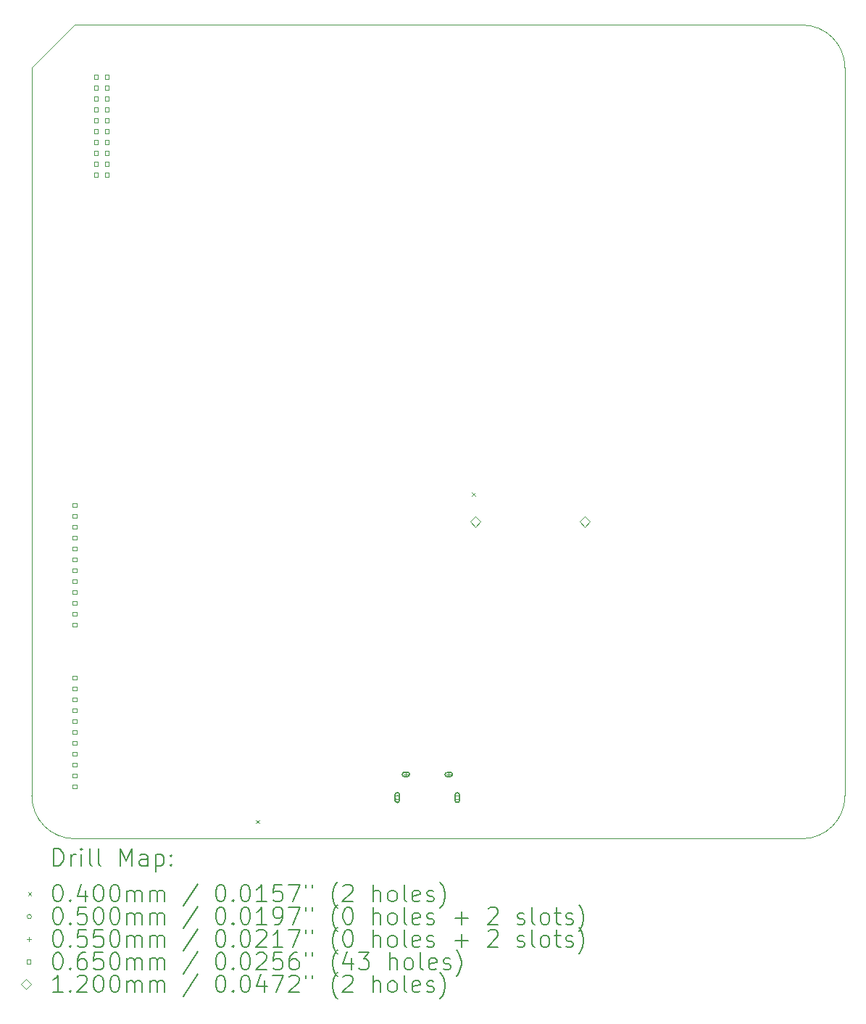
<source format=gbr>
%TF.GenerationSoftware,KiCad,Pcbnew,7.0.7*%
%TF.CreationDate,2023-11-17T01:41:53-08:00*%
%TF.ProjectId,Final_Project_Sutton_Yazzolino,46696e61-6c5f-4507-926f-6a6563745f53,rev?*%
%TF.SameCoordinates,Original*%
%TF.FileFunction,Drillmap*%
%TF.FilePolarity,Positive*%
%FSLAX45Y45*%
G04 Gerber Fmt 4.5, Leading zero omitted, Abs format (unit mm)*
G04 Created by KiCad (PCBNEW 7.0.7) date 2023-11-17 01:41:53*
%MOMM*%
%LPD*%
G01*
G04 APERTURE LIST*
%ADD10C,0.100000*%
%ADD11C,0.200000*%
%ADD12C,0.040000*%
%ADD13C,0.050000*%
%ADD14C,0.055000*%
%ADD15C,0.065000*%
%ADD16C,0.120000*%
G04 APERTURE END LIST*
D10*
X10500000Y-5000000D02*
X10000000Y-5500000D01*
X10000000Y-14000000D02*
G75*
G03*
X10500000Y-14500000I500000J0D01*
G01*
X19000000Y-14500000D02*
G75*
G03*
X19500000Y-14000000I0J500000D01*
G01*
X19500000Y-5500000D02*
G75*
G03*
X19000000Y-5000000I-500000J0D01*
G01*
X19000000Y-5000000D02*
X10500000Y-5000000D01*
X19500000Y-14000000D02*
X19500000Y-5500000D01*
X10500000Y-14500000D02*
X19000000Y-14500000D01*
X10000000Y-5500000D02*
X10000000Y-14000000D01*
D11*
D12*
X12620000Y-14280000D02*
X12660000Y-14320000D01*
X12660000Y-14280000D02*
X12620000Y-14320000D01*
X15140000Y-10460000D02*
X15180000Y-10500000D01*
X15180000Y-10460000D02*
X15140000Y-10500000D01*
D13*
X14295000Y-14020000D02*
G75*
G03*
X14295000Y-14020000I-25000J0D01*
G01*
D11*
X14245000Y-13987500D02*
X14245000Y-14052500D01*
X14245000Y-14052500D02*
G75*
G03*
X14295000Y-14052500I25000J0D01*
G01*
X14295000Y-14052500D02*
X14295000Y-13987500D01*
X14295000Y-13987500D02*
G75*
G03*
X14245000Y-13987500I-25000J0D01*
G01*
D13*
X14995000Y-14020000D02*
G75*
G03*
X14995000Y-14020000I-25000J0D01*
G01*
D11*
X14945000Y-13987500D02*
X14945000Y-14052500D01*
X14945000Y-14052500D02*
G75*
G03*
X14995000Y-14052500I25000J0D01*
G01*
X14995000Y-14052500D02*
X14995000Y-13987500D01*
X14995000Y-13987500D02*
G75*
G03*
X14945000Y-13987500I-25000J0D01*
G01*
D14*
X14370000Y-13722500D02*
X14370000Y-13777500D01*
X14342500Y-13750000D02*
X14397500Y-13750000D01*
D11*
X14355000Y-13777500D02*
X14385000Y-13777500D01*
X14385000Y-13777500D02*
G75*
G03*
X14385000Y-13722500I0J27500D01*
G01*
X14385000Y-13722500D02*
X14355000Y-13722500D01*
X14355000Y-13722500D02*
G75*
G03*
X14355000Y-13777500I0J-27500D01*
G01*
D14*
X14870000Y-13722500D02*
X14870000Y-13777500D01*
X14842500Y-13750000D02*
X14897500Y-13750000D01*
D11*
X14855000Y-13777500D02*
X14885000Y-13777500D01*
X14885000Y-13777500D02*
G75*
G03*
X14885000Y-13722500I0J27500D01*
G01*
X14885000Y-13722500D02*
X14855000Y-13722500D01*
X14855000Y-13722500D02*
G75*
G03*
X14855000Y-13777500I0J-27500D01*
G01*
D15*
X10522981Y-10629981D02*
X10522981Y-10584019D01*
X10477019Y-10584019D01*
X10477019Y-10629981D01*
X10522981Y-10629981D01*
X10522981Y-10756981D02*
X10522981Y-10711019D01*
X10477019Y-10711019D01*
X10477019Y-10756981D01*
X10522981Y-10756981D01*
X10522981Y-10883981D02*
X10522981Y-10838019D01*
X10477019Y-10838019D01*
X10477019Y-10883981D01*
X10522981Y-10883981D01*
X10522981Y-11010981D02*
X10522981Y-10965019D01*
X10477019Y-10965019D01*
X10477019Y-11010981D01*
X10522981Y-11010981D01*
X10522981Y-11137981D02*
X10522981Y-11092019D01*
X10477019Y-11092019D01*
X10477019Y-11137981D01*
X10522981Y-11137981D01*
X10522981Y-11264981D02*
X10522981Y-11219019D01*
X10477019Y-11219019D01*
X10477019Y-11264981D01*
X10522981Y-11264981D01*
X10522981Y-11391981D02*
X10522981Y-11346019D01*
X10477019Y-11346019D01*
X10477019Y-11391981D01*
X10522981Y-11391981D01*
X10522981Y-11518981D02*
X10522981Y-11473019D01*
X10477019Y-11473019D01*
X10477019Y-11518981D01*
X10522981Y-11518981D01*
X10522981Y-11645981D02*
X10522981Y-11600019D01*
X10477019Y-11600019D01*
X10477019Y-11645981D01*
X10522981Y-11645981D01*
X10522981Y-11772981D02*
X10522981Y-11727019D01*
X10477019Y-11727019D01*
X10477019Y-11772981D01*
X10522981Y-11772981D01*
X10522981Y-11899981D02*
X10522981Y-11854019D01*
X10477019Y-11854019D01*
X10477019Y-11899981D01*
X10522981Y-11899981D01*
X10522981Y-12026981D02*
X10522981Y-11981019D01*
X10477019Y-11981019D01*
X10477019Y-12026981D01*
X10522981Y-12026981D01*
X10522981Y-12641981D02*
X10522981Y-12596019D01*
X10477019Y-12596019D01*
X10477019Y-12641981D01*
X10522981Y-12641981D01*
X10522981Y-12768981D02*
X10522981Y-12723019D01*
X10477019Y-12723019D01*
X10477019Y-12768981D01*
X10522981Y-12768981D01*
X10522981Y-12895981D02*
X10522981Y-12850019D01*
X10477019Y-12850019D01*
X10477019Y-12895981D01*
X10522981Y-12895981D01*
X10522981Y-13022981D02*
X10522981Y-12977019D01*
X10477019Y-12977019D01*
X10477019Y-13022981D01*
X10522981Y-13022981D01*
X10522981Y-13149981D02*
X10522981Y-13104019D01*
X10477019Y-13104019D01*
X10477019Y-13149981D01*
X10522981Y-13149981D01*
X10522981Y-13276981D02*
X10522981Y-13231019D01*
X10477019Y-13231019D01*
X10477019Y-13276981D01*
X10522981Y-13276981D01*
X10522981Y-13403981D02*
X10522981Y-13358019D01*
X10477019Y-13358019D01*
X10477019Y-13403981D01*
X10522981Y-13403981D01*
X10522981Y-13530981D02*
X10522981Y-13485019D01*
X10477019Y-13485019D01*
X10477019Y-13530981D01*
X10522981Y-13530981D01*
X10522981Y-13657981D02*
X10522981Y-13612019D01*
X10477019Y-13612019D01*
X10477019Y-13657981D01*
X10522981Y-13657981D01*
X10522981Y-13784981D02*
X10522981Y-13739019D01*
X10477019Y-13739019D01*
X10477019Y-13784981D01*
X10522981Y-13784981D01*
X10522981Y-13911981D02*
X10522981Y-13866019D01*
X10477019Y-13866019D01*
X10477019Y-13911981D01*
X10522981Y-13911981D01*
X10772981Y-5629981D02*
X10772981Y-5584019D01*
X10727019Y-5584019D01*
X10727019Y-5629981D01*
X10772981Y-5629981D01*
X10772981Y-5756981D02*
X10772981Y-5711019D01*
X10727019Y-5711019D01*
X10727019Y-5756981D01*
X10772981Y-5756981D01*
X10772981Y-5883981D02*
X10772981Y-5838019D01*
X10727019Y-5838019D01*
X10727019Y-5883981D01*
X10772981Y-5883981D01*
X10772981Y-6010981D02*
X10772981Y-5965019D01*
X10727019Y-5965019D01*
X10727019Y-6010981D01*
X10772981Y-6010981D01*
X10772981Y-6137981D02*
X10772981Y-6092019D01*
X10727019Y-6092019D01*
X10727019Y-6137981D01*
X10772981Y-6137981D01*
X10772981Y-6264981D02*
X10772981Y-6219019D01*
X10727019Y-6219019D01*
X10727019Y-6264981D01*
X10772981Y-6264981D01*
X10772981Y-6391981D02*
X10772981Y-6346019D01*
X10727019Y-6346019D01*
X10727019Y-6391981D01*
X10772981Y-6391981D01*
X10772981Y-6518981D02*
X10772981Y-6473019D01*
X10727019Y-6473019D01*
X10727019Y-6518981D01*
X10772981Y-6518981D01*
X10772981Y-6645981D02*
X10772981Y-6600019D01*
X10727019Y-6600019D01*
X10727019Y-6645981D01*
X10772981Y-6645981D01*
X10772981Y-6772981D02*
X10772981Y-6727019D01*
X10727019Y-6727019D01*
X10727019Y-6772981D01*
X10772981Y-6772981D01*
X10899981Y-5629981D02*
X10899981Y-5584019D01*
X10854019Y-5584019D01*
X10854019Y-5629981D01*
X10899981Y-5629981D01*
X10899981Y-5756981D02*
X10899981Y-5711019D01*
X10854019Y-5711019D01*
X10854019Y-5756981D01*
X10899981Y-5756981D01*
X10899981Y-5883981D02*
X10899981Y-5838019D01*
X10854019Y-5838019D01*
X10854019Y-5883981D01*
X10899981Y-5883981D01*
X10899981Y-6010981D02*
X10899981Y-5965019D01*
X10854019Y-5965019D01*
X10854019Y-6010981D01*
X10899981Y-6010981D01*
X10899981Y-6137981D02*
X10899981Y-6092019D01*
X10854019Y-6092019D01*
X10854019Y-6137981D01*
X10899981Y-6137981D01*
X10899981Y-6264981D02*
X10899981Y-6219019D01*
X10854019Y-6219019D01*
X10854019Y-6264981D01*
X10899981Y-6264981D01*
X10899981Y-6391981D02*
X10899981Y-6346019D01*
X10854019Y-6346019D01*
X10854019Y-6391981D01*
X10899981Y-6391981D01*
X10899981Y-6518981D02*
X10899981Y-6473019D01*
X10854019Y-6473019D01*
X10854019Y-6518981D01*
X10899981Y-6518981D01*
X10899981Y-6645981D02*
X10899981Y-6600019D01*
X10854019Y-6600019D01*
X10854019Y-6645981D01*
X10899981Y-6645981D01*
X10899981Y-6772981D02*
X10899981Y-6727019D01*
X10854019Y-6727019D01*
X10854019Y-6772981D01*
X10899981Y-6772981D01*
D16*
X15180000Y-10860000D02*
X15240000Y-10800000D01*
X15180000Y-10740000D01*
X15120000Y-10800000D01*
X15180000Y-10860000D01*
X16460000Y-10860000D02*
X16520000Y-10800000D01*
X16460000Y-10740000D01*
X16400000Y-10800000D01*
X16460000Y-10860000D01*
D11*
X10255777Y-14816484D02*
X10255777Y-14616484D01*
X10255777Y-14616484D02*
X10303396Y-14616484D01*
X10303396Y-14616484D02*
X10331967Y-14626008D01*
X10331967Y-14626008D02*
X10351015Y-14645055D01*
X10351015Y-14645055D02*
X10360539Y-14664103D01*
X10360539Y-14664103D02*
X10370063Y-14702198D01*
X10370063Y-14702198D02*
X10370063Y-14730769D01*
X10370063Y-14730769D02*
X10360539Y-14768865D01*
X10360539Y-14768865D02*
X10351015Y-14787912D01*
X10351015Y-14787912D02*
X10331967Y-14806960D01*
X10331967Y-14806960D02*
X10303396Y-14816484D01*
X10303396Y-14816484D02*
X10255777Y-14816484D01*
X10455777Y-14816484D02*
X10455777Y-14683150D01*
X10455777Y-14721246D02*
X10465301Y-14702198D01*
X10465301Y-14702198D02*
X10474824Y-14692674D01*
X10474824Y-14692674D02*
X10493872Y-14683150D01*
X10493872Y-14683150D02*
X10512920Y-14683150D01*
X10579586Y-14816484D02*
X10579586Y-14683150D01*
X10579586Y-14616484D02*
X10570063Y-14626008D01*
X10570063Y-14626008D02*
X10579586Y-14635531D01*
X10579586Y-14635531D02*
X10589110Y-14626008D01*
X10589110Y-14626008D02*
X10579586Y-14616484D01*
X10579586Y-14616484D02*
X10579586Y-14635531D01*
X10703396Y-14816484D02*
X10684348Y-14806960D01*
X10684348Y-14806960D02*
X10674824Y-14787912D01*
X10674824Y-14787912D02*
X10674824Y-14616484D01*
X10808158Y-14816484D02*
X10789110Y-14806960D01*
X10789110Y-14806960D02*
X10779586Y-14787912D01*
X10779586Y-14787912D02*
X10779586Y-14616484D01*
X11036729Y-14816484D02*
X11036729Y-14616484D01*
X11036729Y-14616484D02*
X11103396Y-14759341D01*
X11103396Y-14759341D02*
X11170063Y-14616484D01*
X11170063Y-14616484D02*
X11170063Y-14816484D01*
X11351015Y-14816484D02*
X11351015Y-14711722D01*
X11351015Y-14711722D02*
X11341491Y-14692674D01*
X11341491Y-14692674D02*
X11322443Y-14683150D01*
X11322443Y-14683150D02*
X11284348Y-14683150D01*
X11284348Y-14683150D02*
X11265301Y-14692674D01*
X11351015Y-14806960D02*
X11331967Y-14816484D01*
X11331967Y-14816484D02*
X11284348Y-14816484D01*
X11284348Y-14816484D02*
X11265301Y-14806960D01*
X11265301Y-14806960D02*
X11255777Y-14787912D01*
X11255777Y-14787912D02*
X11255777Y-14768865D01*
X11255777Y-14768865D02*
X11265301Y-14749817D01*
X11265301Y-14749817D02*
X11284348Y-14740293D01*
X11284348Y-14740293D02*
X11331967Y-14740293D01*
X11331967Y-14740293D02*
X11351015Y-14730769D01*
X11446253Y-14683150D02*
X11446253Y-14883150D01*
X11446253Y-14692674D02*
X11465301Y-14683150D01*
X11465301Y-14683150D02*
X11503396Y-14683150D01*
X11503396Y-14683150D02*
X11522443Y-14692674D01*
X11522443Y-14692674D02*
X11531967Y-14702198D01*
X11531967Y-14702198D02*
X11541491Y-14721246D01*
X11541491Y-14721246D02*
X11541491Y-14778388D01*
X11541491Y-14778388D02*
X11531967Y-14797436D01*
X11531967Y-14797436D02*
X11522443Y-14806960D01*
X11522443Y-14806960D02*
X11503396Y-14816484D01*
X11503396Y-14816484D02*
X11465301Y-14816484D01*
X11465301Y-14816484D02*
X11446253Y-14806960D01*
X11627205Y-14797436D02*
X11636729Y-14806960D01*
X11636729Y-14806960D02*
X11627205Y-14816484D01*
X11627205Y-14816484D02*
X11617682Y-14806960D01*
X11617682Y-14806960D02*
X11627205Y-14797436D01*
X11627205Y-14797436D02*
X11627205Y-14816484D01*
X11627205Y-14692674D02*
X11636729Y-14702198D01*
X11636729Y-14702198D02*
X11627205Y-14711722D01*
X11627205Y-14711722D02*
X11617682Y-14702198D01*
X11617682Y-14702198D02*
X11627205Y-14692674D01*
X11627205Y-14692674D02*
X11627205Y-14711722D01*
D12*
X9955000Y-15125000D02*
X9995000Y-15165000D01*
X9995000Y-15125000D02*
X9955000Y-15165000D01*
D11*
X10293872Y-15036484D02*
X10312920Y-15036484D01*
X10312920Y-15036484D02*
X10331967Y-15046008D01*
X10331967Y-15046008D02*
X10341491Y-15055531D01*
X10341491Y-15055531D02*
X10351015Y-15074579D01*
X10351015Y-15074579D02*
X10360539Y-15112674D01*
X10360539Y-15112674D02*
X10360539Y-15160293D01*
X10360539Y-15160293D02*
X10351015Y-15198388D01*
X10351015Y-15198388D02*
X10341491Y-15217436D01*
X10341491Y-15217436D02*
X10331967Y-15226960D01*
X10331967Y-15226960D02*
X10312920Y-15236484D01*
X10312920Y-15236484D02*
X10293872Y-15236484D01*
X10293872Y-15236484D02*
X10274824Y-15226960D01*
X10274824Y-15226960D02*
X10265301Y-15217436D01*
X10265301Y-15217436D02*
X10255777Y-15198388D01*
X10255777Y-15198388D02*
X10246253Y-15160293D01*
X10246253Y-15160293D02*
X10246253Y-15112674D01*
X10246253Y-15112674D02*
X10255777Y-15074579D01*
X10255777Y-15074579D02*
X10265301Y-15055531D01*
X10265301Y-15055531D02*
X10274824Y-15046008D01*
X10274824Y-15046008D02*
X10293872Y-15036484D01*
X10446253Y-15217436D02*
X10455777Y-15226960D01*
X10455777Y-15226960D02*
X10446253Y-15236484D01*
X10446253Y-15236484D02*
X10436729Y-15226960D01*
X10436729Y-15226960D02*
X10446253Y-15217436D01*
X10446253Y-15217436D02*
X10446253Y-15236484D01*
X10627205Y-15103150D02*
X10627205Y-15236484D01*
X10579586Y-15026960D02*
X10531967Y-15169817D01*
X10531967Y-15169817D02*
X10655777Y-15169817D01*
X10770063Y-15036484D02*
X10789110Y-15036484D01*
X10789110Y-15036484D02*
X10808158Y-15046008D01*
X10808158Y-15046008D02*
X10817682Y-15055531D01*
X10817682Y-15055531D02*
X10827205Y-15074579D01*
X10827205Y-15074579D02*
X10836729Y-15112674D01*
X10836729Y-15112674D02*
X10836729Y-15160293D01*
X10836729Y-15160293D02*
X10827205Y-15198388D01*
X10827205Y-15198388D02*
X10817682Y-15217436D01*
X10817682Y-15217436D02*
X10808158Y-15226960D01*
X10808158Y-15226960D02*
X10789110Y-15236484D01*
X10789110Y-15236484D02*
X10770063Y-15236484D01*
X10770063Y-15236484D02*
X10751015Y-15226960D01*
X10751015Y-15226960D02*
X10741491Y-15217436D01*
X10741491Y-15217436D02*
X10731967Y-15198388D01*
X10731967Y-15198388D02*
X10722444Y-15160293D01*
X10722444Y-15160293D02*
X10722444Y-15112674D01*
X10722444Y-15112674D02*
X10731967Y-15074579D01*
X10731967Y-15074579D02*
X10741491Y-15055531D01*
X10741491Y-15055531D02*
X10751015Y-15046008D01*
X10751015Y-15046008D02*
X10770063Y-15036484D01*
X10960539Y-15036484D02*
X10979586Y-15036484D01*
X10979586Y-15036484D02*
X10998634Y-15046008D01*
X10998634Y-15046008D02*
X11008158Y-15055531D01*
X11008158Y-15055531D02*
X11017682Y-15074579D01*
X11017682Y-15074579D02*
X11027205Y-15112674D01*
X11027205Y-15112674D02*
X11027205Y-15160293D01*
X11027205Y-15160293D02*
X11017682Y-15198388D01*
X11017682Y-15198388D02*
X11008158Y-15217436D01*
X11008158Y-15217436D02*
X10998634Y-15226960D01*
X10998634Y-15226960D02*
X10979586Y-15236484D01*
X10979586Y-15236484D02*
X10960539Y-15236484D01*
X10960539Y-15236484D02*
X10941491Y-15226960D01*
X10941491Y-15226960D02*
X10931967Y-15217436D01*
X10931967Y-15217436D02*
X10922444Y-15198388D01*
X10922444Y-15198388D02*
X10912920Y-15160293D01*
X10912920Y-15160293D02*
X10912920Y-15112674D01*
X10912920Y-15112674D02*
X10922444Y-15074579D01*
X10922444Y-15074579D02*
X10931967Y-15055531D01*
X10931967Y-15055531D02*
X10941491Y-15046008D01*
X10941491Y-15046008D02*
X10960539Y-15036484D01*
X11112920Y-15236484D02*
X11112920Y-15103150D01*
X11112920Y-15122198D02*
X11122444Y-15112674D01*
X11122444Y-15112674D02*
X11141491Y-15103150D01*
X11141491Y-15103150D02*
X11170063Y-15103150D01*
X11170063Y-15103150D02*
X11189110Y-15112674D01*
X11189110Y-15112674D02*
X11198634Y-15131722D01*
X11198634Y-15131722D02*
X11198634Y-15236484D01*
X11198634Y-15131722D02*
X11208158Y-15112674D01*
X11208158Y-15112674D02*
X11227205Y-15103150D01*
X11227205Y-15103150D02*
X11255777Y-15103150D01*
X11255777Y-15103150D02*
X11274824Y-15112674D01*
X11274824Y-15112674D02*
X11284348Y-15131722D01*
X11284348Y-15131722D02*
X11284348Y-15236484D01*
X11379586Y-15236484D02*
X11379586Y-15103150D01*
X11379586Y-15122198D02*
X11389110Y-15112674D01*
X11389110Y-15112674D02*
X11408158Y-15103150D01*
X11408158Y-15103150D02*
X11436729Y-15103150D01*
X11436729Y-15103150D02*
X11455777Y-15112674D01*
X11455777Y-15112674D02*
X11465301Y-15131722D01*
X11465301Y-15131722D02*
X11465301Y-15236484D01*
X11465301Y-15131722D02*
X11474824Y-15112674D01*
X11474824Y-15112674D02*
X11493872Y-15103150D01*
X11493872Y-15103150D02*
X11522443Y-15103150D01*
X11522443Y-15103150D02*
X11541491Y-15112674D01*
X11541491Y-15112674D02*
X11551015Y-15131722D01*
X11551015Y-15131722D02*
X11551015Y-15236484D01*
X11941491Y-15026960D02*
X11770063Y-15284103D01*
X12198634Y-15036484D02*
X12217682Y-15036484D01*
X12217682Y-15036484D02*
X12236729Y-15046008D01*
X12236729Y-15046008D02*
X12246253Y-15055531D01*
X12246253Y-15055531D02*
X12255777Y-15074579D01*
X12255777Y-15074579D02*
X12265301Y-15112674D01*
X12265301Y-15112674D02*
X12265301Y-15160293D01*
X12265301Y-15160293D02*
X12255777Y-15198388D01*
X12255777Y-15198388D02*
X12246253Y-15217436D01*
X12246253Y-15217436D02*
X12236729Y-15226960D01*
X12236729Y-15226960D02*
X12217682Y-15236484D01*
X12217682Y-15236484D02*
X12198634Y-15236484D01*
X12198634Y-15236484D02*
X12179586Y-15226960D01*
X12179586Y-15226960D02*
X12170063Y-15217436D01*
X12170063Y-15217436D02*
X12160539Y-15198388D01*
X12160539Y-15198388D02*
X12151015Y-15160293D01*
X12151015Y-15160293D02*
X12151015Y-15112674D01*
X12151015Y-15112674D02*
X12160539Y-15074579D01*
X12160539Y-15074579D02*
X12170063Y-15055531D01*
X12170063Y-15055531D02*
X12179586Y-15046008D01*
X12179586Y-15046008D02*
X12198634Y-15036484D01*
X12351015Y-15217436D02*
X12360539Y-15226960D01*
X12360539Y-15226960D02*
X12351015Y-15236484D01*
X12351015Y-15236484D02*
X12341491Y-15226960D01*
X12341491Y-15226960D02*
X12351015Y-15217436D01*
X12351015Y-15217436D02*
X12351015Y-15236484D01*
X12484348Y-15036484D02*
X12503396Y-15036484D01*
X12503396Y-15036484D02*
X12522444Y-15046008D01*
X12522444Y-15046008D02*
X12531967Y-15055531D01*
X12531967Y-15055531D02*
X12541491Y-15074579D01*
X12541491Y-15074579D02*
X12551015Y-15112674D01*
X12551015Y-15112674D02*
X12551015Y-15160293D01*
X12551015Y-15160293D02*
X12541491Y-15198388D01*
X12541491Y-15198388D02*
X12531967Y-15217436D01*
X12531967Y-15217436D02*
X12522444Y-15226960D01*
X12522444Y-15226960D02*
X12503396Y-15236484D01*
X12503396Y-15236484D02*
X12484348Y-15236484D01*
X12484348Y-15236484D02*
X12465301Y-15226960D01*
X12465301Y-15226960D02*
X12455777Y-15217436D01*
X12455777Y-15217436D02*
X12446253Y-15198388D01*
X12446253Y-15198388D02*
X12436729Y-15160293D01*
X12436729Y-15160293D02*
X12436729Y-15112674D01*
X12436729Y-15112674D02*
X12446253Y-15074579D01*
X12446253Y-15074579D02*
X12455777Y-15055531D01*
X12455777Y-15055531D02*
X12465301Y-15046008D01*
X12465301Y-15046008D02*
X12484348Y-15036484D01*
X12741491Y-15236484D02*
X12627206Y-15236484D01*
X12684348Y-15236484D02*
X12684348Y-15036484D01*
X12684348Y-15036484D02*
X12665301Y-15065055D01*
X12665301Y-15065055D02*
X12646253Y-15084103D01*
X12646253Y-15084103D02*
X12627206Y-15093627D01*
X12922444Y-15036484D02*
X12827206Y-15036484D01*
X12827206Y-15036484D02*
X12817682Y-15131722D01*
X12817682Y-15131722D02*
X12827206Y-15122198D01*
X12827206Y-15122198D02*
X12846253Y-15112674D01*
X12846253Y-15112674D02*
X12893872Y-15112674D01*
X12893872Y-15112674D02*
X12912920Y-15122198D01*
X12912920Y-15122198D02*
X12922444Y-15131722D01*
X12922444Y-15131722D02*
X12931967Y-15150769D01*
X12931967Y-15150769D02*
X12931967Y-15198388D01*
X12931967Y-15198388D02*
X12922444Y-15217436D01*
X12922444Y-15217436D02*
X12912920Y-15226960D01*
X12912920Y-15226960D02*
X12893872Y-15236484D01*
X12893872Y-15236484D02*
X12846253Y-15236484D01*
X12846253Y-15236484D02*
X12827206Y-15226960D01*
X12827206Y-15226960D02*
X12817682Y-15217436D01*
X12998634Y-15036484D02*
X13131967Y-15036484D01*
X13131967Y-15036484D02*
X13046253Y-15236484D01*
X13198634Y-15036484D02*
X13198634Y-15074579D01*
X13274825Y-15036484D02*
X13274825Y-15074579D01*
X13570063Y-15312674D02*
X13560539Y-15303150D01*
X13560539Y-15303150D02*
X13541491Y-15274579D01*
X13541491Y-15274579D02*
X13531968Y-15255531D01*
X13531968Y-15255531D02*
X13522444Y-15226960D01*
X13522444Y-15226960D02*
X13512920Y-15179341D01*
X13512920Y-15179341D02*
X13512920Y-15141246D01*
X13512920Y-15141246D02*
X13522444Y-15093627D01*
X13522444Y-15093627D02*
X13531968Y-15065055D01*
X13531968Y-15065055D02*
X13541491Y-15046008D01*
X13541491Y-15046008D02*
X13560539Y-15017436D01*
X13560539Y-15017436D02*
X13570063Y-15007912D01*
X13636729Y-15055531D02*
X13646253Y-15046008D01*
X13646253Y-15046008D02*
X13665301Y-15036484D01*
X13665301Y-15036484D02*
X13712920Y-15036484D01*
X13712920Y-15036484D02*
X13731968Y-15046008D01*
X13731968Y-15046008D02*
X13741491Y-15055531D01*
X13741491Y-15055531D02*
X13751015Y-15074579D01*
X13751015Y-15074579D02*
X13751015Y-15093627D01*
X13751015Y-15093627D02*
X13741491Y-15122198D01*
X13741491Y-15122198D02*
X13627206Y-15236484D01*
X13627206Y-15236484D02*
X13751015Y-15236484D01*
X13989110Y-15236484D02*
X13989110Y-15036484D01*
X14074825Y-15236484D02*
X14074825Y-15131722D01*
X14074825Y-15131722D02*
X14065301Y-15112674D01*
X14065301Y-15112674D02*
X14046253Y-15103150D01*
X14046253Y-15103150D02*
X14017682Y-15103150D01*
X14017682Y-15103150D02*
X13998634Y-15112674D01*
X13998634Y-15112674D02*
X13989110Y-15122198D01*
X14198634Y-15236484D02*
X14179587Y-15226960D01*
X14179587Y-15226960D02*
X14170063Y-15217436D01*
X14170063Y-15217436D02*
X14160539Y-15198388D01*
X14160539Y-15198388D02*
X14160539Y-15141246D01*
X14160539Y-15141246D02*
X14170063Y-15122198D01*
X14170063Y-15122198D02*
X14179587Y-15112674D01*
X14179587Y-15112674D02*
X14198634Y-15103150D01*
X14198634Y-15103150D02*
X14227206Y-15103150D01*
X14227206Y-15103150D02*
X14246253Y-15112674D01*
X14246253Y-15112674D02*
X14255777Y-15122198D01*
X14255777Y-15122198D02*
X14265301Y-15141246D01*
X14265301Y-15141246D02*
X14265301Y-15198388D01*
X14265301Y-15198388D02*
X14255777Y-15217436D01*
X14255777Y-15217436D02*
X14246253Y-15226960D01*
X14246253Y-15226960D02*
X14227206Y-15236484D01*
X14227206Y-15236484D02*
X14198634Y-15236484D01*
X14379587Y-15236484D02*
X14360539Y-15226960D01*
X14360539Y-15226960D02*
X14351015Y-15207912D01*
X14351015Y-15207912D02*
X14351015Y-15036484D01*
X14531968Y-15226960D02*
X14512920Y-15236484D01*
X14512920Y-15236484D02*
X14474825Y-15236484D01*
X14474825Y-15236484D02*
X14455777Y-15226960D01*
X14455777Y-15226960D02*
X14446253Y-15207912D01*
X14446253Y-15207912D02*
X14446253Y-15131722D01*
X14446253Y-15131722D02*
X14455777Y-15112674D01*
X14455777Y-15112674D02*
X14474825Y-15103150D01*
X14474825Y-15103150D02*
X14512920Y-15103150D01*
X14512920Y-15103150D02*
X14531968Y-15112674D01*
X14531968Y-15112674D02*
X14541491Y-15131722D01*
X14541491Y-15131722D02*
X14541491Y-15150769D01*
X14541491Y-15150769D02*
X14446253Y-15169817D01*
X14617682Y-15226960D02*
X14636730Y-15236484D01*
X14636730Y-15236484D02*
X14674825Y-15236484D01*
X14674825Y-15236484D02*
X14693872Y-15226960D01*
X14693872Y-15226960D02*
X14703396Y-15207912D01*
X14703396Y-15207912D02*
X14703396Y-15198388D01*
X14703396Y-15198388D02*
X14693872Y-15179341D01*
X14693872Y-15179341D02*
X14674825Y-15169817D01*
X14674825Y-15169817D02*
X14646253Y-15169817D01*
X14646253Y-15169817D02*
X14627206Y-15160293D01*
X14627206Y-15160293D02*
X14617682Y-15141246D01*
X14617682Y-15141246D02*
X14617682Y-15131722D01*
X14617682Y-15131722D02*
X14627206Y-15112674D01*
X14627206Y-15112674D02*
X14646253Y-15103150D01*
X14646253Y-15103150D02*
X14674825Y-15103150D01*
X14674825Y-15103150D02*
X14693872Y-15112674D01*
X14770063Y-15312674D02*
X14779587Y-15303150D01*
X14779587Y-15303150D02*
X14798634Y-15274579D01*
X14798634Y-15274579D02*
X14808158Y-15255531D01*
X14808158Y-15255531D02*
X14817682Y-15226960D01*
X14817682Y-15226960D02*
X14827206Y-15179341D01*
X14827206Y-15179341D02*
X14827206Y-15141246D01*
X14827206Y-15141246D02*
X14817682Y-15093627D01*
X14817682Y-15093627D02*
X14808158Y-15065055D01*
X14808158Y-15065055D02*
X14798634Y-15046008D01*
X14798634Y-15046008D02*
X14779587Y-15017436D01*
X14779587Y-15017436D02*
X14770063Y-15007912D01*
D13*
X9995000Y-15409000D02*
G75*
G03*
X9995000Y-15409000I-25000J0D01*
G01*
D11*
X10293872Y-15300484D02*
X10312920Y-15300484D01*
X10312920Y-15300484D02*
X10331967Y-15310008D01*
X10331967Y-15310008D02*
X10341491Y-15319531D01*
X10341491Y-15319531D02*
X10351015Y-15338579D01*
X10351015Y-15338579D02*
X10360539Y-15376674D01*
X10360539Y-15376674D02*
X10360539Y-15424293D01*
X10360539Y-15424293D02*
X10351015Y-15462388D01*
X10351015Y-15462388D02*
X10341491Y-15481436D01*
X10341491Y-15481436D02*
X10331967Y-15490960D01*
X10331967Y-15490960D02*
X10312920Y-15500484D01*
X10312920Y-15500484D02*
X10293872Y-15500484D01*
X10293872Y-15500484D02*
X10274824Y-15490960D01*
X10274824Y-15490960D02*
X10265301Y-15481436D01*
X10265301Y-15481436D02*
X10255777Y-15462388D01*
X10255777Y-15462388D02*
X10246253Y-15424293D01*
X10246253Y-15424293D02*
X10246253Y-15376674D01*
X10246253Y-15376674D02*
X10255777Y-15338579D01*
X10255777Y-15338579D02*
X10265301Y-15319531D01*
X10265301Y-15319531D02*
X10274824Y-15310008D01*
X10274824Y-15310008D02*
X10293872Y-15300484D01*
X10446253Y-15481436D02*
X10455777Y-15490960D01*
X10455777Y-15490960D02*
X10446253Y-15500484D01*
X10446253Y-15500484D02*
X10436729Y-15490960D01*
X10436729Y-15490960D02*
X10446253Y-15481436D01*
X10446253Y-15481436D02*
X10446253Y-15500484D01*
X10636729Y-15300484D02*
X10541491Y-15300484D01*
X10541491Y-15300484D02*
X10531967Y-15395722D01*
X10531967Y-15395722D02*
X10541491Y-15386198D01*
X10541491Y-15386198D02*
X10560539Y-15376674D01*
X10560539Y-15376674D02*
X10608158Y-15376674D01*
X10608158Y-15376674D02*
X10627205Y-15386198D01*
X10627205Y-15386198D02*
X10636729Y-15395722D01*
X10636729Y-15395722D02*
X10646253Y-15414769D01*
X10646253Y-15414769D02*
X10646253Y-15462388D01*
X10646253Y-15462388D02*
X10636729Y-15481436D01*
X10636729Y-15481436D02*
X10627205Y-15490960D01*
X10627205Y-15490960D02*
X10608158Y-15500484D01*
X10608158Y-15500484D02*
X10560539Y-15500484D01*
X10560539Y-15500484D02*
X10541491Y-15490960D01*
X10541491Y-15490960D02*
X10531967Y-15481436D01*
X10770063Y-15300484D02*
X10789110Y-15300484D01*
X10789110Y-15300484D02*
X10808158Y-15310008D01*
X10808158Y-15310008D02*
X10817682Y-15319531D01*
X10817682Y-15319531D02*
X10827205Y-15338579D01*
X10827205Y-15338579D02*
X10836729Y-15376674D01*
X10836729Y-15376674D02*
X10836729Y-15424293D01*
X10836729Y-15424293D02*
X10827205Y-15462388D01*
X10827205Y-15462388D02*
X10817682Y-15481436D01*
X10817682Y-15481436D02*
X10808158Y-15490960D01*
X10808158Y-15490960D02*
X10789110Y-15500484D01*
X10789110Y-15500484D02*
X10770063Y-15500484D01*
X10770063Y-15500484D02*
X10751015Y-15490960D01*
X10751015Y-15490960D02*
X10741491Y-15481436D01*
X10741491Y-15481436D02*
X10731967Y-15462388D01*
X10731967Y-15462388D02*
X10722444Y-15424293D01*
X10722444Y-15424293D02*
X10722444Y-15376674D01*
X10722444Y-15376674D02*
X10731967Y-15338579D01*
X10731967Y-15338579D02*
X10741491Y-15319531D01*
X10741491Y-15319531D02*
X10751015Y-15310008D01*
X10751015Y-15310008D02*
X10770063Y-15300484D01*
X10960539Y-15300484D02*
X10979586Y-15300484D01*
X10979586Y-15300484D02*
X10998634Y-15310008D01*
X10998634Y-15310008D02*
X11008158Y-15319531D01*
X11008158Y-15319531D02*
X11017682Y-15338579D01*
X11017682Y-15338579D02*
X11027205Y-15376674D01*
X11027205Y-15376674D02*
X11027205Y-15424293D01*
X11027205Y-15424293D02*
X11017682Y-15462388D01*
X11017682Y-15462388D02*
X11008158Y-15481436D01*
X11008158Y-15481436D02*
X10998634Y-15490960D01*
X10998634Y-15490960D02*
X10979586Y-15500484D01*
X10979586Y-15500484D02*
X10960539Y-15500484D01*
X10960539Y-15500484D02*
X10941491Y-15490960D01*
X10941491Y-15490960D02*
X10931967Y-15481436D01*
X10931967Y-15481436D02*
X10922444Y-15462388D01*
X10922444Y-15462388D02*
X10912920Y-15424293D01*
X10912920Y-15424293D02*
X10912920Y-15376674D01*
X10912920Y-15376674D02*
X10922444Y-15338579D01*
X10922444Y-15338579D02*
X10931967Y-15319531D01*
X10931967Y-15319531D02*
X10941491Y-15310008D01*
X10941491Y-15310008D02*
X10960539Y-15300484D01*
X11112920Y-15500484D02*
X11112920Y-15367150D01*
X11112920Y-15386198D02*
X11122444Y-15376674D01*
X11122444Y-15376674D02*
X11141491Y-15367150D01*
X11141491Y-15367150D02*
X11170063Y-15367150D01*
X11170063Y-15367150D02*
X11189110Y-15376674D01*
X11189110Y-15376674D02*
X11198634Y-15395722D01*
X11198634Y-15395722D02*
X11198634Y-15500484D01*
X11198634Y-15395722D02*
X11208158Y-15376674D01*
X11208158Y-15376674D02*
X11227205Y-15367150D01*
X11227205Y-15367150D02*
X11255777Y-15367150D01*
X11255777Y-15367150D02*
X11274824Y-15376674D01*
X11274824Y-15376674D02*
X11284348Y-15395722D01*
X11284348Y-15395722D02*
X11284348Y-15500484D01*
X11379586Y-15500484D02*
X11379586Y-15367150D01*
X11379586Y-15386198D02*
X11389110Y-15376674D01*
X11389110Y-15376674D02*
X11408158Y-15367150D01*
X11408158Y-15367150D02*
X11436729Y-15367150D01*
X11436729Y-15367150D02*
X11455777Y-15376674D01*
X11455777Y-15376674D02*
X11465301Y-15395722D01*
X11465301Y-15395722D02*
X11465301Y-15500484D01*
X11465301Y-15395722D02*
X11474824Y-15376674D01*
X11474824Y-15376674D02*
X11493872Y-15367150D01*
X11493872Y-15367150D02*
X11522443Y-15367150D01*
X11522443Y-15367150D02*
X11541491Y-15376674D01*
X11541491Y-15376674D02*
X11551015Y-15395722D01*
X11551015Y-15395722D02*
X11551015Y-15500484D01*
X11941491Y-15290960D02*
X11770063Y-15548103D01*
X12198634Y-15300484D02*
X12217682Y-15300484D01*
X12217682Y-15300484D02*
X12236729Y-15310008D01*
X12236729Y-15310008D02*
X12246253Y-15319531D01*
X12246253Y-15319531D02*
X12255777Y-15338579D01*
X12255777Y-15338579D02*
X12265301Y-15376674D01*
X12265301Y-15376674D02*
X12265301Y-15424293D01*
X12265301Y-15424293D02*
X12255777Y-15462388D01*
X12255777Y-15462388D02*
X12246253Y-15481436D01*
X12246253Y-15481436D02*
X12236729Y-15490960D01*
X12236729Y-15490960D02*
X12217682Y-15500484D01*
X12217682Y-15500484D02*
X12198634Y-15500484D01*
X12198634Y-15500484D02*
X12179586Y-15490960D01*
X12179586Y-15490960D02*
X12170063Y-15481436D01*
X12170063Y-15481436D02*
X12160539Y-15462388D01*
X12160539Y-15462388D02*
X12151015Y-15424293D01*
X12151015Y-15424293D02*
X12151015Y-15376674D01*
X12151015Y-15376674D02*
X12160539Y-15338579D01*
X12160539Y-15338579D02*
X12170063Y-15319531D01*
X12170063Y-15319531D02*
X12179586Y-15310008D01*
X12179586Y-15310008D02*
X12198634Y-15300484D01*
X12351015Y-15481436D02*
X12360539Y-15490960D01*
X12360539Y-15490960D02*
X12351015Y-15500484D01*
X12351015Y-15500484D02*
X12341491Y-15490960D01*
X12341491Y-15490960D02*
X12351015Y-15481436D01*
X12351015Y-15481436D02*
X12351015Y-15500484D01*
X12484348Y-15300484D02*
X12503396Y-15300484D01*
X12503396Y-15300484D02*
X12522444Y-15310008D01*
X12522444Y-15310008D02*
X12531967Y-15319531D01*
X12531967Y-15319531D02*
X12541491Y-15338579D01*
X12541491Y-15338579D02*
X12551015Y-15376674D01*
X12551015Y-15376674D02*
X12551015Y-15424293D01*
X12551015Y-15424293D02*
X12541491Y-15462388D01*
X12541491Y-15462388D02*
X12531967Y-15481436D01*
X12531967Y-15481436D02*
X12522444Y-15490960D01*
X12522444Y-15490960D02*
X12503396Y-15500484D01*
X12503396Y-15500484D02*
X12484348Y-15500484D01*
X12484348Y-15500484D02*
X12465301Y-15490960D01*
X12465301Y-15490960D02*
X12455777Y-15481436D01*
X12455777Y-15481436D02*
X12446253Y-15462388D01*
X12446253Y-15462388D02*
X12436729Y-15424293D01*
X12436729Y-15424293D02*
X12436729Y-15376674D01*
X12436729Y-15376674D02*
X12446253Y-15338579D01*
X12446253Y-15338579D02*
X12455777Y-15319531D01*
X12455777Y-15319531D02*
X12465301Y-15310008D01*
X12465301Y-15310008D02*
X12484348Y-15300484D01*
X12741491Y-15500484D02*
X12627206Y-15500484D01*
X12684348Y-15500484D02*
X12684348Y-15300484D01*
X12684348Y-15300484D02*
X12665301Y-15329055D01*
X12665301Y-15329055D02*
X12646253Y-15348103D01*
X12646253Y-15348103D02*
X12627206Y-15357627D01*
X12836729Y-15500484D02*
X12874825Y-15500484D01*
X12874825Y-15500484D02*
X12893872Y-15490960D01*
X12893872Y-15490960D02*
X12903396Y-15481436D01*
X12903396Y-15481436D02*
X12922444Y-15452865D01*
X12922444Y-15452865D02*
X12931967Y-15414769D01*
X12931967Y-15414769D02*
X12931967Y-15338579D01*
X12931967Y-15338579D02*
X12922444Y-15319531D01*
X12922444Y-15319531D02*
X12912920Y-15310008D01*
X12912920Y-15310008D02*
X12893872Y-15300484D01*
X12893872Y-15300484D02*
X12855777Y-15300484D01*
X12855777Y-15300484D02*
X12836729Y-15310008D01*
X12836729Y-15310008D02*
X12827206Y-15319531D01*
X12827206Y-15319531D02*
X12817682Y-15338579D01*
X12817682Y-15338579D02*
X12817682Y-15386198D01*
X12817682Y-15386198D02*
X12827206Y-15405246D01*
X12827206Y-15405246D02*
X12836729Y-15414769D01*
X12836729Y-15414769D02*
X12855777Y-15424293D01*
X12855777Y-15424293D02*
X12893872Y-15424293D01*
X12893872Y-15424293D02*
X12912920Y-15414769D01*
X12912920Y-15414769D02*
X12922444Y-15405246D01*
X12922444Y-15405246D02*
X12931967Y-15386198D01*
X12998634Y-15300484D02*
X13131967Y-15300484D01*
X13131967Y-15300484D02*
X13046253Y-15500484D01*
X13198634Y-15300484D02*
X13198634Y-15338579D01*
X13274825Y-15300484D02*
X13274825Y-15338579D01*
X13570063Y-15576674D02*
X13560539Y-15567150D01*
X13560539Y-15567150D02*
X13541491Y-15538579D01*
X13541491Y-15538579D02*
X13531968Y-15519531D01*
X13531968Y-15519531D02*
X13522444Y-15490960D01*
X13522444Y-15490960D02*
X13512920Y-15443341D01*
X13512920Y-15443341D02*
X13512920Y-15405246D01*
X13512920Y-15405246D02*
X13522444Y-15357627D01*
X13522444Y-15357627D02*
X13531968Y-15329055D01*
X13531968Y-15329055D02*
X13541491Y-15310008D01*
X13541491Y-15310008D02*
X13560539Y-15281436D01*
X13560539Y-15281436D02*
X13570063Y-15271912D01*
X13684348Y-15300484D02*
X13703396Y-15300484D01*
X13703396Y-15300484D02*
X13722444Y-15310008D01*
X13722444Y-15310008D02*
X13731968Y-15319531D01*
X13731968Y-15319531D02*
X13741491Y-15338579D01*
X13741491Y-15338579D02*
X13751015Y-15376674D01*
X13751015Y-15376674D02*
X13751015Y-15424293D01*
X13751015Y-15424293D02*
X13741491Y-15462388D01*
X13741491Y-15462388D02*
X13731968Y-15481436D01*
X13731968Y-15481436D02*
X13722444Y-15490960D01*
X13722444Y-15490960D02*
X13703396Y-15500484D01*
X13703396Y-15500484D02*
X13684348Y-15500484D01*
X13684348Y-15500484D02*
X13665301Y-15490960D01*
X13665301Y-15490960D02*
X13655777Y-15481436D01*
X13655777Y-15481436D02*
X13646253Y-15462388D01*
X13646253Y-15462388D02*
X13636729Y-15424293D01*
X13636729Y-15424293D02*
X13636729Y-15376674D01*
X13636729Y-15376674D02*
X13646253Y-15338579D01*
X13646253Y-15338579D02*
X13655777Y-15319531D01*
X13655777Y-15319531D02*
X13665301Y-15310008D01*
X13665301Y-15310008D02*
X13684348Y-15300484D01*
X13989110Y-15500484D02*
X13989110Y-15300484D01*
X14074825Y-15500484D02*
X14074825Y-15395722D01*
X14074825Y-15395722D02*
X14065301Y-15376674D01*
X14065301Y-15376674D02*
X14046253Y-15367150D01*
X14046253Y-15367150D02*
X14017682Y-15367150D01*
X14017682Y-15367150D02*
X13998634Y-15376674D01*
X13998634Y-15376674D02*
X13989110Y-15386198D01*
X14198634Y-15500484D02*
X14179587Y-15490960D01*
X14179587Y-15490960D02*
X14170063Y-15481436D01*
X14170063Y-15481436D02*
X14160539Y-15462388D01*
X14160539Y-15462388D02*
X14160539Y-15405246D01*
X14160539Y-15405246D02*
X14170063Y-15386198D01*
X14170063Y-15386198D02*
X14179587Y-15376674D01*
X14179587Y-15376674D02*
X14198634Y-15367150D01*
X14198634Y-15367150D02*
X14227206Y-15367150D01*
X14227206Y-15367150D02*
X14246253Y-15376674D01*
X14246253Y-15376674D02*
X14255777Y-15386198D01*
X14255777Y-15386198D02*
X14265301Y-15405246D01*
X14265301Y-15405246D02*
X14265301Y-15462388D01*
X14265301Y-15462388D02*
X14255777Y-15481436D01*
X14255777Y-15481436D02*
X14246253Y-15490960D01*
X14246253Y-15490960D02*
X14227206Y-15500484D01*
X14227206Y-15500484D02*
X14198634Y-15500484D01*
X14379587Y-15500484D02*
X14360539Y-15490960D01*
X14360539Y-15490960D02*
X14351015Y-15471912D01*
X14351015Y-15471912D02*
X14351015Y-15300484D01*
X14531968Y-15490960D02*
X14512920Y-15500484D01*
X14512920Y-15500484D02*
X14474825Y-15500484D01*
X14474825Y-15500484D02*
X14455777Y-15490960D01*
X14455777Y-15490960D02*
X14446253Y-15471912D01*
X14446253Y-15471912D02*
X14446253Y-15395722D01*
X14446253Y-15395722D02*
X14455777Y-15376674D01*
X14455777Y-15376674D02*
X14474825Y-15367150D01*
X14474825Y-15367150D02*
X14512920Y-15367150D01*
X14512920Y-15367150D02*
X14531968Y-15376674D01*
X14531968Y-15376674D02*
X14541491Y-15395722D01*
X14541491Y-15395722D02*
X14541491Y-15414769D01*
X14541491Y-15414769D02*
X14446253Y-15433817D01*
X14617682Y-15490960D02*
X14636730Y-15500484D01*
X14636730Y-15500484D02*
X14674825Y-15500484D01*
X14674825Y-15500484D02*
X14693872Y-15490960D01*
X14693872Y-15490960D02*
X14703396Y-15471912D01*
X14703396Y-15471912D02*
X14703396Y-15462388D01*
X14703396Y-15462388D02*
X14693872Y-15443341D01*
X14693872Y-15443341D02*
X14674825Y-15433817D01*
X14674825Y-15433817D02*
X14646253Y-15433817D01*
X14646253Y-15433817D02*
X14627206Y-15424293D01*
X14627206Y-15424293D02*
X14617682Y-15405246D01*
X14617682Y-15405246D02*
X14617682Y-15395722D01*
X14617682Y-15395722D02*
X14627206Y-15376674D01*
X14627206Y-15376674D02*
X14646253Y-15367150D01*
X14646253Y-15367150D02*
X14674825Y-15367150D01*
X14674825Y-15367150D02*
X14693872Y-15376674D01*
X14941492Y-15424293D02*
X15093873Y-15424293D01*
X15017682Y-15500484D02*
X15017682Y-15348103D01*
X15331968Y-15319531D02*
X15341492Y-15310008D01*
X15341492Y-15310008D02*
X15360539Y-15300484D01*
X15360539Y-15300484D02*
X15408158Y-15300484D01*
X15408158Y-15300484D02*
X15427206Y-15310008D01*
X15427206Y-15310008D02*
X15436730Y-15319531D01*
X15436730Y-15319531D02*
X15446253Y-15338579D01*
X15446253Y-15338579D02*
X15446253Y-15357627D01*
X15446253Y-15357627D02*
X15436730Y-15386198D01*
X15436730Y-15386198D02*
X15322444Y-15500484D01*
X15322444Y-15500484D02*
X15446253Y-15500484D01*
X15674825Y-15490960D02*
X15693873Y-15500484D01*
X15693873Y-15500484D02*
X15731968Y-15500484D01*
X15731968Y-15500484D02*
X15751015Y-15490960D01*
X15751015Y-15490960D02*
X15760539Y-15471912D01*
X15760539Y-15471912D02*
X15760539Y-15462388D01*
X15760539Y-15462388D02*
X15751015Y-15443341D01*
X15751015Y-15443341D02*
X15731968Y-15433817D01*
X15731968Y-15433817D02*
X15703396Y-15433817D01*
X15703396Y-15433817D02*
X15684349Y-15424293D01*
X15684349Y-15424293D02*
X15674825Y-15405246D01*
X15674825Y-15405246D02*
X15674825Y-15395722D01*
X15674825Y-15395722D02*
X15684349Y-15376674D01*
X15684349Y-15376674D02*
X15703396Y-15367150D01*
X15703396Y-15367150D02*
X15731968Y-15367150D01*
X15731968Y-15367150D02*
X15751015Y-15376674D01*
X15874825Y-15500484D02*
X15855777Y-15490960D01*
X15855777Y-15490960D02*
X15846254Y-15471912D01*
X15846254Y-15471912D02*
X15846254Y-15300484D01*
X15979587Y-15500484D02*
X15960539Y-15490960D01*
X15960539Y-15490960D02*
X15951015Y-15481436D01*
X15951015Y-15481436D02*
X15941492Y-15462388D01*
X15941492Y-15462388D02*
X15941492Y-15405246D01*
X15941492Y-15405246D02*
X15951015Y-15386198D01*
X15951015Y-15386198D02*
X15960539Y-15376674D01*
X15960539Y-15376674D02*
X15979587Y-15367150D01*
X15979587Y-15367150D02*
X16008158Y-15367150D01*
X16008158Y-15367150D02*
X16027206Y-15376674D01*
X16027206Y-15376674D02*
X16036730Y-15386198D01*
X16036730Y-15386198D02*
X16046254Y-15405246D01*
X16046254Y-15405246D02*
X16046254Y-15462388D01*
X16046254Y-15462388D02*
X16036730Y-15481436D01*
X16036730Y-15481436D02*
X16027206Y-15490960D01*
X16027206Y-15490960D02*
X16008158Y-15500484D01*
X16008158Y-15500484D02*
X15979587Y-15500484D01*
X16103396Y-15367150D02*
X16179587Y-15367150D01*
X16131968Y-15300484D02*
X16131968Y-15471912D01*
X16131968Y-15471912D02*
X16141492Y-15490960D01*
X16141492Y-15490960D02*
X16160539Y-15500484D01*
X16160539Y-15500484D02*
X16179587Y-15500484D01*
X16236730Y-15490960D02*
X16255777Y-15500484D01*
X16255777Y-15500484D02*
X16293873Y-15500484D01*
X16293873Y-15500484D02*
X16312920Y-15490960D01*
X16312920Y-15490960D02*
X16322444Y-15471912D01*
X16322444Y-15471912D02*
X16322444Y-15462388D01*
X16322444Y-15462388D02*
X16312920Y-15443341D01*
X16312920Y-15443341D02*
X16293873Y-15433817D01*
X16293873Y-15433817D02*
X16265301Y-15433817D01*
X16265301Y-15433817D02*
X16246254Y-15424293D01*
X16246254Y-15424293D02*
X16236730Y-15405246D01*
X16236730Y-15405246D02*
X16236730Y-15395722D01*
X16236730Y-15395722D02*
X16246254Y-15376674D01*
X16246254Y-15376674D02*
X16265301Y-15367150D01*
X16265301Y-15367150D02*
X16293873Y-15367150D01*
X16293873Y-15367150D02*
X16312920Y-15376674D01*
X16389111Y-15576674D02*
X16398635Y-15567150D01*
X16398635Y-15567150D02*
X16417682Y-15538579D01*
X16417682Y-15538579D02*
X16427206Y-15519531D01*
X16427206Y-15519531D02*
X16436730Y-15490960D01*
X16436730Y-15490960D02*
X16446254Y-15443341D01*
X16446254Y-15443341D02*
X16446254Y-15405246D01*
X16446254Y-15405246D02*
X16436730Y-15357627D01*
X16436730Y-15357627D02*
X16427206Y-15329055D01*
X16427206Y-15329055D02*
X16417682Y-15310008D01*
X16417682Y-15310008D02*
X16398635Y-15281436D01*
X16398635Y-15281436D02*
X16389111Y-15271912D01*
D14*
X9967500Y-15645500D02*
X9967500Y-15700500D01*
X9940000Y-15673000D02*
X9995000Y-15673000D01*
D11*
X10293872Y-15564484D02*
X10312920Y-15564484D01*
X10312920Y-15564484D02*
X10331967Y-15574008D01*
X10331967Y-15574008D02*
X10341491Y-15583531D01*
X10341491Y-15583531D02*
X10351015Y-15602579D01*
X10351015Y-15602579D02*
X10360539Y-15640674D01*
X10360539Y-15640674D02*
X10360539Y-15688293D01*
X10360539Y-15688293D02*
X10351015Y-15726388D01*
X10351015Y-15726388D02*
X10341491Y-15745436D01*
X10341491Y-15745436D02*
X10331967Y-15754960D01*
X10331967Y-15754960D02*
X10312920Y-15764484D01*
X10312920Y-15764484D02*
X10293872Y-15764484D01*
X10293872Y-15764484D02*
X10274824Y-15754960D01*
X10274824Y-15754960D02*
X10265301Y-15745436D01*
X10265301Y-15745436D02*
X10255777Y-15726388D01*
X10255777Y-15726388D02*
X10246253Y-15688293D01*
X10246253Y-15688293D02*
X10246253Y-15640674D01*
X10246253Y-15640674D02*
X10255777Y-15602579D01*
X10255777Y-15602579D02*
X10265301Y-15583531D01*
X10265301Y-15583531D02*
X10274824Y-15574008D01*
X10274824Y-15574008D02*
X10293872Y-15564484D01*
X10446253Y-15745436D02*
X10455777Y-15754960D01*
X10455777Y-15754960D02*
X10446253Y-15764484D01*
X10446253Y-15764484D02*
X10436729Y-15754960D01*
X10436729Y-15754960D02*
X10446253Y-15745436D01*
X10446253Y-15745436D02*
X10446253Y-15764484D01*
X10636729Y-15564484D02*
X10541491Y-15564484D01*
X10541491Y-15564484D02*
X10531967Y-15659722D01*
X10531967Y-15659722D02*
X10541491Y-15650198D01*
X10541491Y-15650198D02*
X10560539Y-15640674D01*
X10560539Y-15640674D02*
X10608158Y-15640674D01*
X10608158Y-15640674D02*
X10627205Y-15650198D01*
X10627205Y-15650198D02*
X10636729Y-15659722D01*
X10636729Y-15659722D02*
X10646253Y-15678769D01*
X10646253Y-15678769D02*
X10646253Y-15726388D01*
X10646253Y-15726388D02*
X10636729Y-15745436D01*
X10636729Y-15745436D02*
X10627205Y-15754960D01*
X10627205Y-15754960D02*
X10608158Y-15764484D01*
X10608158Y-15764484D02*
X10560539Y-15764484D01*
X10560539Y-15764484D02*
X10541491Y-15754960D01*
X10541491Y-15754960D02*
X10531967Y-15745436D01*
X10827205Y-15564484D02*
X10731967Y-15564484D01*
X10731967Y-15564484D02*
X10722444Y-15659722D01*
X10722444Y-15659722D02*
X10731967Y-15650198D01*
X10731967Y-15650198D02*
X10751015Y-15640674D01*
X10751015Y-15640674D02*
X10798634Y-15640674D01*
X10798634Y-15640674D02*
X10817682Y-15650198D01*
X10817682Y-15650198D02*
X10827205Y-15659722D01*
X10827205Y-15659722D02*
X10836729Y-15678769D01*
X10836729Y-15678769D02*
X10836729Y-15726388D01*
X10836729Y-15726388D02*
X10827205Y-15745436D01*
X10827205Y-15745436D02*
X10817682Y-15754960D01*
X10817682Y-15754960D02*
X10798634Y-15764484D01*
X10798634Y-15764484D02*
X10751015Y-15764484D01*
X10751015Y-15764484D02*
X10731967Y-15754960D01*
X10731967Y-15754960D02*
X10722444Y-15745436D01*
X10960539Y-15564484D02*
X10979586Y-15564484D01*
X10979586Y-15564484D02*
X10998634Y-15574008D01*
X10998634Y-15574008D02*
X11008158Y-15583531D01*
X11008158Y-15583531D02*
X11017682Y-15602579D01*
X11017682Y-15602579D02*
X11027205Y-15640674D01*
X11027205Y-15640674D02*
X11027205Y-15688293D01*
X11027205Y-15688293D02*
X11017682Y-15726388D01*
X11017682Y-15726388D02*
X11008158Y-15745436D01*
X11008158Y-15745436D02*
X10998634Y-15754960D01*
X10998634Y-15754960D02*
X10979586Y-15764484D01*
X10979586Y-15764484D02*
X10960539Y-15764484D01*
X10960539Y-15764484D02*
X10941491Y-15754960D01*
X10941491Y-15754960D02*
X10931967Y-15745436D01*
X10931967Y-15745436D02*
X10922444Y-15726388D01*
X10922444Y-15726388D02*
X10912920Y-15688293D01*
X10912920Y-15688293D02*
X10912920Y-15640674D01*
X10912920Y-15640674D02*
X10922444Y-15602579D01*
X10922444Y-15602579D02*
X10931967Y-15583531D01*
X10931967Y-15583531D02*
X10941491Y-15574008D01*
X10941491Y-15574008D02*
X10960539Y-15564484D01*
X11112920Y-15764484D02*
X11112920Y-15631150D01*
X11112920Y-15650198D02*
X11122444Y-15640674D01*
X11122444Y-15640674D02*
X11141491Y-15631150D01*
X11141491Y-15631150D02*
X11170063Y-15631150D01*
X11170063Y-15631150D02*
X11189110Y-15640674D01*
X11189110Y-15640674D02*
X11198634Y-15659722D01*
X11198634Y-15659722D02*
X11198634Y-15764484D01*
X11198634Y-15659722D02*
X11208158Y-15640674D01*
X11208158Y-15640674D02*
X11227205Y-15631150D01*
X11227205Y-15631150D02*
X11255777Y-15631150D01*
X11255777Y-15631150D02*
X11274824Y-15640674D01*
X11274824Y-15640674D02*
X11284348Y-15659722D01*
X11284348Y-15659722D02*
X11284348Y-15764484D01*
X11379586Y-15764484D02*
X11379586Y-15631150D01*
X11379586Y-15650198D02*
X11389110Y-15640674D01*
X11389110Y-15640674D02*
X11408158Y-15631150D01*
X11408158Y-15631150D02*
X11436729Y-15631150D01*
X11436729Y-15631150D02*
X11455777Y-15640674D01*
X11455777Y-15640674D02*
X11465301Y-15659722D01*
X11465301Y-15659722D02*
X11465301Y-15764484D01*
X11465301Y-15659722D02*
X11474824Y-15640674D01*
X11474824Y-15640674D02*
X11493872Y-15631150D01*
X11493872Y-15631150D02*
X11522443Y-15631150D01*
X11522443Y-15631150D02*
X11541491Y-15640674D01*
X11541491Y-15640674D02*
X11551015Y-15659722D01*
X11551015Y-15659722D02*
X11551015Y-15764484D01*
X11941491Y-15554960D02*
X11770063Y-15812103D01*
X12198634Y-15564484D02*
X12217682Y-15564484D01*
X12217682Y-15564484D02*
X12236729Y-15574008D01*
X12236729Y-15574008D02*
X12246253Y-15583531D01*
X12246253Y-15583531D02*
X12255777Y-15602579D01*
X12255777Y-15602579D02*
X12265301Y-15640674D01*
X12265301Y-15640674D02*
X12265301Y-15688293D01*
X12265301Y-15688293D02*
X12255777Y-15726388D01*
X12255777Y-15726388D02*
X12246253Y-15745436D01*
X12246253Y-15745436D02*
X12236729Y-15754960D01*
X12236729Y-15754960D02*
X12217682Y-15764484D01*
X12217682Y-15764484D02*
X12198634Y-15764484D01*
X12198634Y-15764484D02*
X12179586Y-15754960D01*
X12179586Y-15754960D02*
X12170063Y-15745436D01*
X12170063Y-15745436D02*
X12160539Y-15726388D01*
X12160539Y-15726388D02*
X12151015Y-15688293D01*
X12151015Y-15688293D02*
X12151015Y-15640674D01*
X12151015Y-15640674D02*
X12160539Y-15602579D01*
X12160539Y-15602579D02*
X12170063Y-15583531D01*
X12170063Y-15583531D02*
X12179586Y-15574008D01*
X12179586Y-15574008D02*
X12198634Y-15564484D01*
X12351015Y-15745436D02*
X12360539Y-15754960D01*
X12360539Y-15754960D02*
X12351015Y-15764484D01*
X12351015Y-15764484D02*
X12341491Y-15754960D01*
X12341491Y-15754960D02*
X12351015Y-15745436D01*
X12351015Y-15745436D02*
X12351015Y-15764484D01*
X12484348Y-15564484D02*
X12503396Y-15564484D01*
X12503396Y-15564484D02*
X12522444Y-15574008D01*
X12522444Y-15574008D02*
X12531967Y-15583531D01*
X12531967Y-15583531D02*
X12541491Y-15602579D01*
X12541491Y-15602579D02*
X12551015Y-15640674D01*
X12551015Y-15640674D02*
X12551015Y-15688293D01*
X12551015Y-15688293D02*
X12541491Y-15726388D01*
X12541491Y-15726388D02*
X12531967Y-15745436D01*
X12531967Y-15745436D02*
X12522444Y-15754960D01*
X12522444Y-15754960D02*
X12503396Y-15764484D01*
X12503396Y-15764484D02*
X12484348Y-15764484D01*
X12484348Y-15764484D02*
X12465301Y-15754960D01*
X12465301Y-15754960D02*
X12455777Y-15745436D01*
X12455777Y-15745436D02*
X12446253Y-15726388D01*
X12446253Y-15726388D02*
X12436729Y-15688293D01*
X12436729Y-15688293D02*
X12436729Y-15640674D01*
X12436729Y-15640674D02*
X12446253Y-15602579D01*
X12446253Y-15602579D02*
X12455777Y-15583531D01*
X12455777Y-15583531D02*
X12465301Y-15574008D01*
X12465301Y-15574008D02*
X12484348Y-15564484D01*
X12627206Y-15583531D02*
X12636729Y-15574008D01*
X12636729Y-15574008D02*
X12655777Y-15564484D01*
X12655777Y-15564484D02*
X12703396Y-15564484D01*
X12703396Y-15564484D02*
X12722444Y-15574008D01*
X12722444Y-15574008D02*
X12731967Y-15583531D01*
X12731967Y-15583531D02*
X12741491Y-15602579D01*
X12741491Y-15602579D02*
X12741491Y-15621627D01*
X12741491Y-15621627D02*
X12731967Y-15650198D01*
X12731967Y-15650198D02*
X12617682Y-15764484D01*
X12617682Y-15764484D02*
X12741491Y-15764484D01*
X12931967Y-15764484D02*
X12817682Y-15764484D01*
X12874825Y-15764484D02*
X12874825Y-15564484D01*
X12874825Y-15564484D02*
X12855777Y-15593055D01*
X12855777Y-15593055D02*
X12836729Y-15612103D01*
X12836729Y-15612103D02*
X12817682Y-15621627D01*
X12998634Y-15564484D02*
X13131967Y-15564484D01*
X13131967Y-15564484D02*
X13046253Y-15764484D01*
X13198634Y-15564484D02*
X13198634Y-15602579D01*
X13274825Y-15564484D02*
X13274825Y-15602579D01*
X13570063Y-15840674D02*
X13560539Y-15831150D01*
X13560539Y-15831150D02*
X13541491Y-15802579D01*
X13541491Y-15802579D02*
X13531968Y-15783531D01*
X13531968Y-15783531D02*
X13522444Y-15754960D01*
X13522444Y-15754960D02*
X13512920Y-15707341D01*
X13512920Y-15707341D02*
X13512920Y-15669246D01*
X13512920Y-15669246D02*
X13522444Y-15621627D01*
X13522444Y-15621627D02*
X13531968Y-15593055D01*
X13531968Y-15593055D02*
X13541491Y-15574008D01*
X13541491Y-15574008D02*
X13560539Y-15545436D01*
X13560539Y-15545436D02*
X13570063Y-15535912D01*
X13684348Y-15564484D02*
X13703396Y-15564484D01*
X13703396Y-15564484D02*
X13722444Y-15574008D01*
X13722444Y-15574008D02*
X13731968Y-15583531D01*
X13731968Y-15583531D02*
X13741491Y-15602579D01*
X13741491Y-15602579D02*
X13751015Y-15640674D01*
X13751015Y-15640674D02*
X13751015Y-15688293D01*
X13751015Y-15688293D02*
X13741491Y-15726388D01*
X13741491Y-15726388D02*
X13731968Y-15745436D01*
X13731968Y-15745436D02*
X13722444Y-15754960D01*
X13722444Y-15754960D02*
X13703396Y-15764484D01*
X13703396Y-15764484D02*
X13684348Y-15764484D01*
X13684348Y-15764484D02*
X13665301Y-15754960D01*
X13665301Y-15754960D02*
X13655777Y-15745436D01*
X13655777Y-15745436D02*
X13646253Y-15726388D01*
X13646253Y-15726388D02*
X13636729Y-15688293D01*
X13636729Y-15688293D02*
X13636729Y-15640674D01*
X13636729Y-15640674D02*
X13646253Y-15602579D01*
X13646253Y-15602579D02*
X13655777Y-15583531D01*
X13655777Y-15583531D02*
X13665301Y-15574008D01*
X13665301Y-15574008D02*
X13684348Y-15564484D01*
X13989110Y-15764484D02*
X13989110Y-15564484D01*
X14074825Y-15764484D02*
X14074825Y-15659722D01*
X14074825Y-15659722D02*
X14065301Y-15640674D01*
X14065301Y-15640674D02*
X14046253Y-15631150D01*
X14046253Y-15631150D02*
X14017682Y-15631150D01*
X14017682Y-15631150D02*
X13998634Y-15640674D01*
X13998634Y-15640674D02*
X13989110Y-15650198D01*
X14198634Y-15764484D02*
X14179587Y-15754960D01*
X14179587Y-15754960D02*
X14170063Y-15745436D01*
X14170063Y-15745436D02*
X14160539Y-15726388D01*
X14160539Y-15726388D02*
X14160539Y-15669246D01*
X14160539Y-15669246D02*
X14170063Y-15650198D01*
X14170063Y-15650198D02*
X14179587Y-15640674D01*
X14179587Y-15640674D02*
X14198634Y-15631150D01*
X14198634Y-15631150D02*
X14227206Y-15631150D01*
X14227206Y-15631150D02*
X14246253Y-15640674D01*
X14246253Y-15640674D02*
X14255777Y-15650198D01*
X14255777Y-15650198D02*
X14265301Y-15669246D01*
X14265301Y-15669246D02*
X14265301Y-15726388D01*
X14265301Y-15726388D02*
X14255777Y-15745436D01*
X14255777Y-15745436D02*
X14246253Y-15754960D01*
X14246253Y-15754960D02*
X14227206Y-15764484D01*
X14227206Y-15764484D02*
X14198634Y-15764484D01*
X14379587Y-15764484D02*
X14360539Y-15754960D01*
X14360539Y-15754960D02*
X14351015Y-15735912D01*
X14351015Y-15735912D02*
X14351015Y-15564484D01*
X14531968Y-15754960D02*
X14512920Y-15764484D01*
X14512920Y-15764484D02*
X14474825Y-15764484D01*
X14474825Y-15764484D02*
X14455777Y-15754960D01*
X14455777Y-15754960D02*
X14446253Y-15735912D01*
X14446253Y-15735912D02*
X14446253Y-15659722D01*
X14446253Y-15659722D02*
X14455777Y-15640674D01*
X14455777Y-15640674D02*
X14474825Y-15631150D01*
X14474825Y-15631150D02*
X14512920Y-15631150D01*
X14512920Y-15631150D02*
X14531968Y-15640674D01*
X14531968Y-15640674D02*
X14541491Y-15659722D01*
X14541491Y-15659722D02*
X14541491Y-15678769D01*
X14541491Y-15678769D02*
X14446253Y-15697817D01*
X14617682Y-15754960D02*
X14636730Y-15764484D01*
X14636730Y-15764484D02*
X14674825Y-15764484D01*
X14674825Y-15764484D02*
X14693872Y-15754960D01*
X14693872Y-15754960D02*
X14703396Y-15735912D01*
X14703396Y-15735912D02*
X14703396Y-15726388D01*
X14703396Y-15726388D02*
X14693872Y-15707341D01*
X14693872Y-15707341D02*
X14674825Y-15697817D01*
X14674825Y-15697817D02*
X14646253Y-15697817D01*
X14646253Y-15697817D02*
X14627206Y-15688293D01*
X14627206Y-15688293D02*
X14617682Y-15669246D01*
X14617682Y-15669246D02*
X14617682Y-15659722D01*
X14617682Y-15659722D02*
X14627206Y-15640674D01*
X14627206Y-15640674D02*
X14646253Y-15631150D01*
X14646253Y-15631150D02*
X14674825Y-15631150D01*
X14674825Y-15631150D02*
X14693872Y-15640674D01*
X14941492Y-15688293D02*
X15093873Y-15688293D01*
X15017682Y-15764484D02*
X15017682Y-15612103D01*
X15331968Y-15583531D02*
X15341492Y-15574008D01*
X15341492Y-15574008D02*
X15360539Y-15564484D01*
X15360539Y-15564484D02*
X15408158Y-15564484D01*
X15408158Y-15564484D02*
X15427206Y-15574008D01*
X15427206Y-15574008D02*
X15436730Y-15583531D01*
X15436730Y-15583531D02*
X15446253Y-15602579D01*
X15446253Y-15602579D02*
X15446253Y-15621627D01*
X15446253Y-15621627D02*
X15436730Y-15650198D01*
X15436730Y-15650198D02*
X15322444Y-15764484D01*
X15322444Y-15764484D02*
X15446253Y-15764484D01*
X15674825Y-15754960D02*
X15693873Y-15764484D01*
X15693873Y-15764484D02*
X15731968Y-15764484D01*
X15731968Y-15764484D02*
X15751015Y-15754960D01*
X15751015Y-15754960D02*
X15760539Y-15735912D01*
X15760539Y-15735912D02*
X15760539Y-15726388D01*
X15760539Y-15726388D02*
X15751015Y-15707341D01*
X15751015Y-15707341D02*
X15731968Y-15697817D01*
X15731968Y-15697817D02*
X15703396Y-15697817D01*
X15703396Y-15697817D02*
X15684349Y-15688293D01*
X15684349Y-15688293D02*
X15674825Y-15669246D01*
X15674825Y-15669246D02*
X15674825Y-15659722D01*
X15674825Y-15659722D02*
X15684349Y-15640674D01*
X15684349Y-15640674D02*
X15703396Y-15631150D01*
X15703396Y-15631150D02*
X15731968Y-15631150D01*
X15731968Y-15631150D02*
X15751015Y-15640674D01*
X15874825Y-15764484D02*
X15855777Y-15754960D01*
X15855777Y-15754960D02*
X15846254Y-15735912D01*
X15846254Y-15735912D02*
X15846254Y-15564484D01*
X15979587Y-15764484D02*
X15960539Y-15754960D01*
X15960539Y-15754960D02*
X15951015Y-15745436D01*
X15951015Y-15745436D02*
X15941492Y-15726388D01*
X15941492Y-15726388D02*
X15941492Y-15669246D01*
X15941492Y-15669246D02*
X15951015Y-15650198D01*
X15951015Y-15650198D02*
X15960539Y-15640674D01*
X15960539Y-15640674D02*
X15979587Y-15631150D01*
X15979587Y-15631150D02*
X16008158Y-15631150D01*
X16008158Y-15631150D02*
X16027206Y-15640674D01*
X16027206Y-15640674D02*
X16036730Y-15650198D01*
X16036730Y-15650198D02*
X16046254Y-15669246D01*
X16046254Y-15669246D02*
X16046254Y-15726388D01*
X16046254Y-15726388D02*
X16036730Y-15745436D01*
X16036730Y-15745436D02*
X16027206Y-15754960D01*
X16027206Y-15754960D02*
X16008158Y-15764484D01*
X16008158Y-15764484D02*
X15979587Y-15764484D01*
X16103396Y-15631150D02*
X16179587Y-15631150D01*
X16131968Y-15564484D02*
X16131968Y-15735912D01*
X16131968Y-15735912D02*
X16141492Y-15754960D01*
X16141492Y-15754960D02*
X16160539Y-15764484D01*
X16160539Y-15764484D02*
X16179587Y-15764484D01*
X16236730Y-15754960D02*
X16255777Y-15764484D01*
X16255777Y-15764484D02*
X16293873Y-15764484D01*
X16293873Y-15764484D02*
X16312920Y-15754960D01*
X16312920Y-15754960D02*
X16322444Y-15735912D01*
X16322444Y-15735912D02*
X16322444Y-15726388D01*
X16322444Y-15726388D02*
X16312920Y-15707341D01*
X16312920Y-15707341D02*
X16293873Y-15697817D01*
X16293873Y-15697817D02*
X16265301Y-15697817D01*
X16265301Y-15697817D02*
X16246254Y-15688293D01*
X16246254Y-15688293D02*
X16236730Y-15669246D01*
X16236730Y-15669246D02*
X16236730Y-15659722D01*
X16236730Y-15659722D02*
X16246254Y-15640674D01*
X16246254Y-15640674D02*
X16265301Y-15631150D01*
X16265301Y-15631150D02*
X16293873Y-15631150D01*
X16293873Y-15631150D02*
X16312920Y-15640674D01*
X16389111Y-15840674D02*
X16398635Y-15831150D01*
X16398635Y-15831150D02*
X16417682Y-15802579D01*
X16417682Y-15802579D02*
X16427206Y-15783531D01*
X16427206Y-15783531D02*
X16436730Y-15754960D01*
X16436730Y-15754960D02*
X16446254Y-15707341D01*
X16446254Y-15707341D02*
X16446254Y-15669246D01*
X16446254Y-15669246D02*
X16436730Y-15621627D01*
X16436730Y-15621627D02*
X16427206Y-15593055D01*
X16427206Y-15593055D02*
X16417682Y-15574008D01*
X16417682Y-15574008D02*
X16398635Y-15545436D01*
X16398635Y-15545436D02*
X16389111Y-15535912D01*
D15*
X9985481Y-15959981D02*
X9985481Y-15914019D01*
X9939519Y-15914019D01*
X9939519Y-15959981D01*
X9985481Y-15959981D01*
D11*
X10293872Y-15828484D02*
X10312920Y-15828484D01*
X10312920Y-15828484D02*
X10331967Y-15838008D01*
X10331967Y-15838008D02*
X10341491Y-15847531D01*
X10341491Y-15847531D02*
X10351015Y-15866579D01*
X10351015Y-15866579D02*
X10360539Y-15904674D01*
X10360539Y-15904674D02*
X10360539Y-15952293D01*
X10360539Y-15952293D02*
X10351015Y-15990388D01*
X10351015Y-15990388D02*
X10341491Y-16009436D01*
X10341491Y-16009436D02*
X10331967Y-16018960D01*
X10331967Y-16018960D02*
X10312920Y-16028484D01*
X10312920Y-16028484D02*
X10293872Y-16028484D01*
X10293872Y-16028484D02*
X10274824Y-16018960D01*
X10274824Y-16018960D02*
X10265301Y-16009436D01*
X10265301Y-16009436D02*
X10255777Y-15990388D01*
X10255777Y-15990388D02*
X10246253Y-15952293D01*
X10246253Y-15952293D02*
X10246253Y-15904674D01*
X10246253Y-15904674D02*
X10255777Y-15866579D01*
X10255777Y-15866579D02*
X10265301Y-15847531D01*
X10265301Y-15847531D02*
X10274824Y-15838008D01*
X10274824Y-15838008D02*
X10293872Y-15828484D01*
X10446253Y-16009436D02*
X10455777Y-16018960D01*
X10455777Y-16018960D02*
X10446253Y-16028484D01*
X10446253Y-16028484D02*
X10436729Y-16018960D01*
X10436729Y-16018960D02*
X10446253Y-16009436D01*
X10446253Y-16009436D02*
X10446253Y-16028484D01*
X10627205Y-15828484D02*
X10589110Y-15828484D01*
X10589110Y-15828484D02*
X10570063Y-15838008D01*
X10570063Y-15838008D02*
X10560539Y-15847531D01*
X10560539Y-15847531D02*
X10541491Y-15876103D01*
X10541491Y-15876103D02*
X10531967Y-15914198D01*
X10531967Y-15914198D02*
X10531967Y-15990388D01*
X10531967Y-15990388D02*
X10541491Y-16009436D01*
X10541491Y-16009436D02*
X10551015Y-16018960D01*
X10551015Y-16018960D02*
X10570063Y-16028484D01*
X10570063Y-16028484D02*
X10608158Y-16028484D01*
X10608158Y-16028484D02*
X10627205Y-16018960D01*
X10627205Y-16018960D02*
X10636729Y-16009436D01*
X10636729Y-16009436D02*
X10646253Y-15990388D01*
X10646253Y-15990388D02*
X10646253Y-15942769D01*
X10646253Y-15942769D02*
X10636729Y-15923722D01*
X10636729Y-15923722D02*
X10627205Y-15914198D01*
X10627205Y-15914198D02*
X10608158Y-15904674D01*
X10608158Y-15904674D02*
X10570063Y-15904674D01*
X10570063Y-15904674D02*
X10551015Y-15914198D01*
X10551015Y-15914198D02*
X10541491Y-15923722D01*
X10541491Y-15923722D02*
X10531967Y-15942769D01*
X10827205Y-15828484D02*
X10731967Y-15828484D01*
X10731967Y-15828484D02*
X10722444Y-15923722D01*
X10722444Y-15923722D02*
X10731967Y-15914198D01*
X10731967Y-15914198D02*
X10751015Y-15904674D01*
X10751015Y-15904674D02*
X10798634Y-15904674D01*
X10798634Y-15904674D02*
X10817682Y-15914198D01*
X10817682Y-15914198D02*
X10827205Y-15923722D01*
X10827205Y-15923722D02*
X10836729Y-15942769D01*
X10836729Y-15942769D02*
X10836729Y-15990388D01*
X10836729Y-15990388D02*
X10827205Y-16009436D01*
X10827205Y-16009436D02*
X10817682Y-16018960D01*
X10817682Y-16018960D02*
X10798634Y-16028484D01*
X10798634Y-16028484D02*
X10751015Y-16028484D01*
X10751015Y-16028484D02*
X10731967Y-16018960D01*
X10731967Y-16018960D02*
X10722444Y-16009436D01*
X10960539Y-15828484D02*
X10979586Y-15828484D01*
X10979586Y-15828484D02*
X10998634Y-15838008D01*
X10998634Y-15838008D02*
X11008158Y-15847531D01*
X11008158Y-15847531D02*
X11017682Y-15866579D01*
X11017682Y-15866579D02*
X11027205Y-15904674D01*
X11027205Y-15904674D02*
X11027205Y-15952293D01*
X11027205Y-15952293D02*
X11017682Y-15990388D01*
X11017682Y-15990388D02*
X11008158Y-16009436D01*
X11008158Y-16009436D02*
X10998634Y-16018960D01*
X10998634Y-16018960D02*
X10979586Y-16028484D01*
X10979586Y-16028484D02*
X10960539Y-16028484D01*
X10960539Y-16028484D02*
X10941491Y-16018960D01*
X10941491Y-16018960D02*
X10931967Y-16009436D01*
X10931967Y-16009436D02*
X10922444Y-15990388D01*
X10922444Y-15990388D02*
X10912920Y-15952293D01*
X10912920Y-15952293D02*
X10912920Y-15904674D01*
X10912920Y-15904674D02*
X10922444Y-15866579D01*
X10922444Y-15866579D02*
X10931967Y-15847531D01*
X10931967Y-15847531D02*
X10941491Y-15838008D01*
X10941491Y-15838008D02*
X10960539Y-15828484D01*
X11112920Y-16028484D02*
X11112920Y-15895150D01*
X11112920Y-15914198D02*
X11122444Y-15904674D01*
X11122444Y-15904674D02*
X11141491Y-15895150D01*
X11141491Y-15895150D02*
X11170063Y-15895150D01*
X11170063Y-15895150D02*
X11189110Y-15904674D01*
X11189110Y-15904674D02*
X11198634Y-15923722D01*
X11198634Y-15923722D02*
X11198634Y-16028484D01*
X11198634Y-15923722D02*
X11208158Y-15904674D01*
X11208158Y-15904674D02*
X11227205Y-15895150D01*
X11227205Y-15895150D02*
X11255777Y-15895150D01*
X11255777Y-15895150D02*
X11274824Y-15904674D01*
X11274824Y-15904674D02*
X11284348Y-15923722D01*
X11284348Y-15923722D02*
X11284348Y-16028484D01*
X11379586Y-16028484D02*
X11379586Y-15895150D01*
X11379586Y-15914198D02*
X11389110Y-15904674D01*
X11389110Y-15904674D02*
X11408158Y-15895150D01*
X11408158Y-15895150D02*
X11436729Y-15895150D01*
X11436729Y-15895150D02*
X11455777Y-15904674D01*
X11455777Y-15904674D02*
X11465301Y-15923722D01*
X11465301Y-15923722D02*
X11465301Y-16028484D01*
X11465301Y-15923722D02*
X11474824Y-15904674D01*
X11474824Y-15904674D02*
X11493872Y-15895150D01*
X11493872Y-15895150D02*
X11522443Y-15895150D01*
X11522443Y-15895150D02*
X11541491Y-15904674D01*
X11541491Y-15904674D02*
X11551015Y-15923722D01*
X11551015Y-15923722D02*
X11551015Y-16028484D01*
X11941491Y-15818960D02*
X11770063Y-16076103D01*
X12198634Y-15828484D02*
X12217682Y-15828484D01*
X12217682Y-15828484D02*
X12236729Y-15838008D01*
X12236729Y-15838008D02*
X12246253Y-15847531D01*
X12246253Y-15847531D02*
X12255777Y-15866579D01*
X12255777Y-15866579D02*
X12265301Y-15904674D01*
X12265301Y-15904674D02*
X12265301Y-15952293D01*
X12265301Y-15952293D02*
X12255777Y-15990388D01*
X12255777Y-15990388D02*
X12246253Y-16009436D01*
X12246253Y-16009436D02*
X12236729Y-16018960D01*
X12236729Y-16018960D02*
X12217682Y-16028484D01*
X12217682Y-16028484D02*
X12198634Y-16028484D01*
X12198634Y-16028484D02*
X12179586Y-16018960D01*
X12179586Y-16018960D02*
X12170063Y-16009436D01*
X12170063Y-16009436D02*
X12160539Y-15990388D01*
X12160539Y-15990388D02*
X12151015Y-15952293D01*
X12151015Y-15952293D02*
X12151015Y-15904674D01*
X12151015Y-15904674D02*
X12160539Y-15866579D01*
X12160539Y-15866579D02*
X12170063Y-15847531D01*
X12170063Y-15847531D02*
X12179586Y-15838008D01*
X12179586Y-15838008D02*
X12198634Y-15828484D01*
X12351015Y-16009436D02*
X12360539Y-16018960D01*
X12360539Y-16018960D02*
X12351015Y-16028484D01*
X12351015Y-16028484D02*
X12341491Y-16018960D01*
X12341491Y-16018960D02*
X12351015Y-16009436D01*
X12351015Y-16009436D02*
X12351015Y-16028484D01*
X12484348Y-15828484D02*
X12503396Y-15828484D01*
X12503396Y-15828484D02*
X12522444Y-15838008D01*
X12522444Y-15838008D02*
X12531967Y-15847531D01*
X12531967Y-15847531D02*
X12541491Y-15866579D01*
X12541491Y-15866579D02*
X12551015Y-15904674D01*
X12551015Y-15904674D02*
X12551015Y-15952293D01*
X12551015Y-15952293D02*
X12541491Y-15990388D01*
X12541491Y-15990388D02*
X12531967Y-16009436D01*
X12531967Y-16009436D02*
X12522444Y-16018960D01*
X12522444Y-16018960D02*
X12503396Y-16028484D01*
X12503396Y-16028484D02*
X12484348Y-16028484D01*
X12484348Y-16028484D02*
X12465301Y-16018960D01*
X12465301Y-16018960D02*
X12455777Y-16009436D01*
X12455777Y-16009436D02*
X12446253Y-15990388D01*
X12446253Y-15990388D02*
X12436729Y-15952293D01*
X12436729Y-15952293D02*
X12436729Y-15904674D01*
X12436729Y-15904674D02*
X12446253Y-15866579D01*
X12446253Y-15866579D02*
X12455777Y-15847531D01*
X12455777Y-15847531D02*
X12465301Y-15838008D01*
X12465301Y-15838008D02*
X12484348Y-15828484D01*
X12627206Y-15847531D02*
X12636729Y-15838008D01*
X12636729Y-15838008D02*
X12655777Y-15828484D01*
X12655777Y-15828484D02*
X12703396Y-15828484D01*
X12703396Y-15828484D02*
X12722444Y-15838008D01*
X12722444Y-15838008D02*
X12731967Y-15847531D01*
X12731967Y-15847531D02*
X12741491Y-15866579D01*
X12741491Y-15866579D02*
X12741491Y-15885627D01*
X12741491Y-15885627D02*
X12731967Y-15914198D01*
X12731967Y-15914198D02*
X12617682Y-16028484D01*
X12617682Y-16028484D02*
X12741491Y-16028484D01*
X12922444Y-15828484D02*
X12827206Y-15828484D01*
X12827206Y-15828484D02*
X12817682Y-15923722D01*
X12817682Y-15923722D02*
X12827206Y-15914198D01*
X12827206Y-15914198D02*
X12846253Y-15904674D01*
X12846253Y-15904674D02*
X12893872Y-15904674D01*
X12893872Y-15904674D02*
X12912920Y-15914198D01*
X12912920Y-15914198D02*
X12922444Y-15923722D01*
X12922444Y-15923722D02*
X12931967Y-15942769D01*
X12931967Y-15942769D02*
X12931967Y-15990388D01*
X12931967Y-15990388D02*
X12922444Y-16009436D01*
X12922444Y-16009436D02*
X12912920Y-16018960D01*
X12912920Y-16018960D02*
X12893872Y-16028484D01*
X12893872Y-16028484D02*
X12846253Y-16028484D01*
X12846253Y-16028484D02*
X12827206Y-16018960D01*
X12827206Y-16018960D02*
X12817682Y-16009436D01*
X13103396Y-15828484D02*
X13065301Y-15828484D01*
X13065301Y-15828484D02*
X13046253Y-15838008D01*
X13046253Y-15838008D02*
X13036729Y-15847531D01*
X13036729Y-15847531D02*
X13017682Y-15876103D01*
X13017682Y-15876103D02*
X13008158Y-15914198D01*
X13008158Y-15914198D02*
X13008158Y-15990388D01*
X13008158Y-15990388D02*
X13017682Y-16009436D01*
X13017682Y-16009436D02*
X13027206Y-16018960D01*
X13027206Y-16018960D02*
X13046253Y-16028484D01*
X13046253Y-16028484D02*
X13084348Y-16028484D01*
X13084348Y-16028484D02*
X13103396Y-16018960D01*
X13103396Y-16018960D02*
X13112920Y-16009436D01*
X13112920Y-16009436D02*
X13122444Y-15990388D01*
X13122444Y-15990388D02*
X13122444Y-15942769D01*
X13122444Y-15942769D02*
X13112920Y-15923722D01*
X13112920Y-15923722D02*
X13103396Y-15914198D01*
X13103396Y-15914198D02*
X13084348Y-15904674D01*
X13084348Y-15904674D02*
X13046253Y-15904674D01*
X13046253Y-15904674D02*
X13027206Y-15914198D01*
X13027206Y-15914198D02*
X13017682Y-15923722D01*
X13017682Y-15923722D02*
X13008158Y-15942769D01*
X13198634Y-15828484D02*
X13198634Y-15866579D01*
X13274825Y-15828484D02*
X13274825Y-15866579D01*
X13570063Y-16104674D02*
X13560539Y-16095150D01*
X13560539Y-16095150D02*
X13541491Y-16066579D01*
X13541491Y-16066579D02*
X13531968Y-16047531D01*
X13531968Y-16047531D02*
X13522444Y-16018960D01*
X13522444Y-16018960D02*
X13512920Y-15971341D01*
X13512920Y-15971341D02*
X13512920Y-15933246D01*
X13512920Y-15933246D02*
X13522444Y-15885627D01*
X13522444Y-15885627D02*
X13531968Y-15857055D01*
X13531968Y-15857055D02*
X13541491Y-15838008D01*
X13541491Y-15838008D02*
X13560539Y-15809436D01*
X13560539Y-15809436D02*
X13570063Y-15799912D01*
X13731968Y-15895150D02*
X13731968Y-16028484D01*
X13684348Y-15818960D02*
X13636729Y-15961817D01*
X13636729Y-15961817D02*
X13760539Y-15961817D01*
X13817682Y-15828484D02*
X13941491Y-15828484D01*
X13941491Y-15828484D02*
X13874825Y-15904674D01*
X13874825Y-15904674D02*
X13903396Y-15904674D01*
X13903396Y-15904674D02*
X13922444Y-15914198D01*
X13922444Y-15914198D02*
X13931968Y-15923722D01*
X13931968Y-15923722D02*
X13941491Y-15942769D01*
X13941491Y-15942769D02*
X13941491Y-15990388D01*
X13941491Y-15990388D02*
X13931968Y-16009436D01*
X13931968Y-16009436D02*
X13922444Y-16018960D01*
X13922444Y-16018960D02*
X13903396Y-16028484D01*
X13903396Y-16028484D02*
X13846253Y-16028484D01*
X13846253Y-16028484D02*
X13827206Y-16018960D01*
X13827206Y-16018960D02*
X13817682Y-16009436D01*
X14179587Y-16028484D02*
X14179587Y-15828484D01*
X14265301Y-16028484D02*
X14265301Y-15923722D01*
X14265301Y-15923722D02*
X14255777Y-15904674D01*
X14255777Y-15904674D02*
X14236730Y-15895150D01*
X14236730Y-15895150D02*
X14208158Y-15895150D01*
X14208158Y-15895150D02*
X14189110Y-15904674D01*
X14189110Y-15904674D02*
X14179587Y-15914198D01*
X14389110Y-16028484D02*
X14370063Y-16018960D01*
X14370063Y-16018960D02*
X14360539Y-16009436D01*
X14360539Y-16009436D02*
X14351015Y-15990388D01*
X14351015Y-15990388D02*
X14351015Y-15933246D01*
X14351015Y-15933246D02*
X14360539Y-15914198D01*
X14360539Y-15914198D02*
X14370063Y-15904674D01*
X14370063Y-15904674D02*
X14389110Y-15895150D01*
X14389110Y-15895150D02*
X14417682Y-15895150D01*
X14417682Y-15895150D02*
X14436730Y-15904674D01*
X14436730Y-15904674D02*
X14446253Y-15914198D01*
X14446253Y-15914198D02*
X14455777Y-15933246D01*
X14455777Y-15933246D02*
X14455777Y-15990388D01*
X14455777Y-15990388D02*
X14446253Y-16009436D01*
X14446253Y-16009436D02*
X14436730Y-16018960D01*
X14436730Y-16018960D02*
X14417682Y-16028484D01*
X14417682Y-16028484D02*
X14389110Y-16028484D01*
X14570063Y-16028484D02*
X14551015Y-16018960D01*
X14551015Y-16018960D02*
X14541491Y-15999912D01*
X14541491Y-15999912D02*
X14541491Y-15828484D01*
X14722444Y-16018960D02*
X14703396Y-16028484D01*
X14703396Y-16028484D02*
X14665301Y-16028484D01*
X14665301Y-16028484D02*
X14646253Y-16018960D01*
X14646253Y-16018960D02*
X14636730Y-15999912D01*
X14636730Y-15999912D02*
X14636730Y-15923722D01*
X14636730Y-15923722D02*
X14646253Y-15904674D01*
X14646253Y-15904674D02*
X14665301Y-15895150D01*
X14665301Y-15895150D02*
X14703396Y-15895150D01*
X14703396Y-15895150D02*
X14722444Y-15904674D01*
X14722444Y-15904674D02*
X14731968Y-15923722D01*
X14731968Y-15923722D02*
X14731968Y-15942769D01*
X14731968Y-15942769D02*
X14636730Y-15961817D01*
X14808158Y-16018960D02*
X14827206Y-16028484D01*
X14827206Y-16028484D02*
X14865301Y-16028484D01*
X14865301Y-16028484D02*
X14884349Y-16018960D01*
X14884349Y-16018960D02*
X14893872Y-15999912D01*
X14893872Y-15999912D02*
X14893872Y-15990388D01*
X14893872Y-15990388D02*
X14884349Y-15971341D01*
X14884349Y-15971341D02*
X14865301Y-15961817D01*
X14865301Y-15961817D02*
X14836730Y-15961817D01*
X14836730Y-15961817D02*
X14817682Y-15952293D01*
X14817682Y-15952293D02*
X14808158Y-15933246D01*
X14808158Y-15933246D02*
X14808158Y-15923722D01*
X14808158Y-15923722D02*
X14817682Y-15904674D01*
X14817682Y-15904674D02*
X14836730Y-15895150D01*
X14836730Y-15895150D02*
X14865301Y-15895150D01*
X14865301Y-15895150D02*
X14884349Y-15904674D01*
X14960539Y-16104674D02*
X14970063Y-16095150D01*
X14970063Y-16095150D02*
X14989111Y-16066579D01*
X14989111Y-16066579D02*
X14998634Y-16047531D01*
X14998634Y-16047531D02*
X15008158Y-16018960D01*
X15008158Y-16018960D02*
X15017682Y-15971341D01*
X15017682Y-15971341D02*
X15017682Y-15933246D01*
X15017682Y-15933246D02*
X15008158Y-15885627D01*
X15008158Y-15885627D02*
X14998634Y-15857055D01*
X14998634Y-15857055D02*
X14989111Y-15838008D01*
X14989111Y-15838008D02*
X14970063Y-15809436D01*
X14970063Y-15809436D02*
X14960539Y-15799912D01*
D16*
X9935000Y-16261000D02*
X9995000Y-16201000D01*
X9935000Y-16141000D01*
X9875000Y-16201000D01*
X9935000Y-16261000D01*
D11*
X10360539Y-16292484D02*
X10246253Y-16292484D01*
X10303396Y-16292484D02*
X10303396Y-16092484D01*
X10303396Y-16092484D02*
X10284348Y-16121055D01*
X10284348Y-16121055D02*
X10265301Y-16140103D01*
X10265301Y-16140103D02*
X10246253Y-16149627D01*
X10446253Y-16273436D02*
X10455777Y-16282960D01*
X10455777Y-16282960D02*
X10446253Y-16292484D01*
X10446253Y-16292484D02*
X10436729Y-16282960D01*
X10436729Y-16282960D02*
X10446253Y-16273436D01*
X10446253Y-16273436D02*
X10446253Y-16292484D01*
X10531967Y-16111531D02*
X10541491Y-16102008D01*
X10541491Y-16102008D02*
X10560539Y-16092484D01*
X10560539Y-16092484D02*
X10608158Y-16092484D01*
X10608158Y-16092484D02*
X10627205Y-16102008D01*
X10627205Y-16102008D02*
X10636729Y-16111531D01*
X10636729Y-16111531D02*
X10646253Y-16130579D01*
X10646253Y-16130579D02*
X10646253Y-16149627D01*
X10646253Y-16149627D02*
X10636729Y-16178198D01*
X10636729Y-16178198D02*
X10522444Y-16292484D01*
X10522444Y-16292484D02*
X10646253Y-16292484D01*
X10770063Y-16092484D02*
X10789110Y-16092484D01*
X10789110Y-16092484D02*
X10808158Y-16102008D01*
X10808158Y-16102008D02*
X10817682Y-16111531D01*
X10817682Y-16111531D02*
X10827205Y-16130579D01*
X10827205Y-16130579D02*
X10836729Y-16168674D01*
X10836729Y-16168674D02*
X10836729Y-16216293D01*
X10836729Y-16216293D02*
X10827205Y-16254388D01*
X10827205Y-16254388D02*
X10817682Y-16273436D01*
X10817682Y-16273436D02*
X10808158Y-16282960D01*
X10808158Y-16282960D02*
X10789110Y-16292484D01*
X10789110Y-16292484D02*
X10770063Y-16292484D01*
X10770063Y-16292484D02*
X10751015Y-16282960D01*
X10751015Y-16282960D02*
X10741491Y-16273436D01*
X10741491Y-16273436D02*
X10731967Y-16254388D01*
X10731967Y-16254388D02*
X10722444Y-16216293D01*
X10722444Y-16216293D02*
X10722444Y-16168674D01*
X10722444Y-16168674D02*
X10731967Y-16130579D01*
X10731967Y-16130579D02*
X10741491Y-16111531D01*
X10741491Y-16111531D02*
X10751015Y-16102008D01*
X10751015Y-16102008D02*
X10770063Y-16092484D01*
X10960539Y-16092484D02*
X10979586Y-16092484D01*
X10979586Y-16092484D02*
X10998634Y-16102008D01*
X10998634Y-16102008D02*
X11008158Y-16111531D01*
X11008158Y-16111531D02*
X11017682Y-16130579D01*
X11017682Y-16130579D02*
X11027205Y-16168674D01*
X11027205Y-16168674D02*
X11027205Y-16216293D01*
X11027205Y-16216293D02*
X11017682Y-16254388D01*
X11017682Y-16254388D02*
X11008158Y-16273436D01*
X11008158Y-16273436D02*
X10998634Y-16282960D01*
X10998634Y-16282960D02*
X10979586Y-16292484D01*
X10979586Y-16292484D02*
X10960539Y-16292484D01*
X10960539Y-16292484D02*
X10941491Y-16282960D01*
X10941491Y-16282960D02*
X10931967Y-16273436D01*
X10931967Y-16273436D02*
X10922444Y-16254388D01*
X10922444Y-16254388D02*
X10912920Y-16216293D01*
X10912920Y-16216293D02*
X10912920Y-16168674D01*
X10912920Y-16168674D02*
X10922444Y-16130579D01*
X10922444Y-16130579D02*
X10931967Y-16111531D01*
X10931967Y-16111531D02*
X10941491Y-16102008D01*
X10941491Y-16102008D02*
X10960539Y-16092484D01*
X11112920Y-16292484D02*
X11112920Y-16159150D01*
X11112920Y-16178198D02*
X11122444Y-16168674D01*
X11122444Y-16168674D02*
X11141491Y-16159150D01*
X11141491Y-16159150D02*
X11170063Y-16159150D01*
X11170063Y-16159150D02*
X11189110Y-16168674D01*
X11189110Y-16168674D02*
X11198634Y-16187722D01*
X11198634Y-16187722D02*
X11198634Y-16292484D01*
X11198634Y-16187722D02*
X11208158Y-16168674D01*
X11208158Y-16168674D02*
X11227205Y-16159150D01*
X11227205Y-16159150D02*
X11255777Y-16159150D01*
X11255777Y-16159150D02*
X11274824Y-16168674D01*
X11274824Y-16168674D02*
X11284348Y-16187722D01*
X11284348Y-16187722D02*
X11284348Y-16292484D01*
X11379586Y-16292484D02*
X11379586Y-16159150D01*
X11379586Y-16178198D02*
X11389110Y-16168674D01*
X11389110Y-16168674D02*
X11408158Y-16159150D01*
X11408158Y-16159150D02*
X11436729Y-16159150D01*
X11436729Y-16159150D02*
X11455777Y-16168674D01*
X11455777Y-16168674D02*
X11465301Y-16187722D01*
X11465301Y-16187722D02*
X11465301Y-16292484D01*
X11465301Y-16187722D02*
X11474824Y-16168674D01*
X11474824Y-16168674D02*
X11493872Y-16159150D01*
X11493872Y-16159150D02*
X11522443Y-16159150D01*
X11522443Y-16159150D02*
X11541491Y-16168674D01*
X11541491Y-16168674D02*
X11551015Y-16187722D01*
X11551015Y-16187722D02*
X11551015Y-16292484D01*
X11941491Y-16082960D02*
X11770063Y-16340103D01*
X12198634Y-16092484D02*
X12217682Y-16092484D01*
X12217682Y-16092484D02*
X12236729Y-16102008D01*
X12236729Y-16102008D02*
X12246253Y-16111531D01*
X12246253Y-16111531D02*
X12255777Y-16130579D01*
X12255777Y-16130579D02*
X12265301Y-16168674D01*
X12265301Y-16168674D02*
X12265301Y-16216293D01*
X12265301Y-16216293D02*
X12255777Y-16254388D01*
X12255777Y-16254388D02*
X12246253Y-16273436D01*
X12246253Y-16273436D02*
X12236729Y-16282960D01*
X12236729Y-16282960D02*
X12217682Y-16292484D01*
X12217682Y-16292484D02*
X12198634Y-16292484D01*
X12198634Y-16292484D02*
X12179586Y-16282960D01*
X12179586Y-16282960D02*
X12170063Y-16273436D01*
X12170063Y-16273436D02*
X12160539Y-16254388D01*
X12160539Y-16254388D02*
X12151015Y-16216293D01*
X12151015Y-16216293D02*
X12151015Y-16168674D01*
X12151015Y-16168674D02*
X12160539Y-16130579D01*
X12160539Y-16130579D02*
X12170063Y-16111531D01*
X12170063Y-16111531D02*
X12179586Y-16102008D01*
X12179586Y-16102008D02*
X12198634Y-16092484D01*
X12351015Y-16273436D02*
X12360539Y-16282960D01*
X12360539Y-16282960D02*
X12351015Y-16292484D01*
X12351015Y-16292484D02*
X12341491Y-16282960D01*
X12341491Y-16282960D02*
X12351015Y-16273436D01*
X12351015Y-16273436D02*
X12351015Y-16292484D01*
X12484348Y-16092484D02*
X12503396Y-16092484D01*
X12503396Y-16092484D02*
X12522444Y-16102008D01*
X12522444Y-16102008D02*
X12531967Y-16111531D01*
X12531967Y-16111531D02*
X12541491Y-16130579D01*
X12541491Y-16130579D02*
X12551015Y-16168674D01*
X12551015Y-16168674D02*
X12551015Y-16216293D01*
X12551015Y-16216293D02*
X12541491Y-16254388D01*
X12541491Y-16254388D02*
X12531967Y-16273436D01*
X12531967Y-16273436D02*
X12522444Y-16282960D01*
X12522444Y-16282960D02*
X12503396Y-16292484D01*
X12503396Y-16292484D02*
X12484348Y-16292484D01*
X12484348Y-16292484D02*
X12465301Y-16282960D01*
X12465301Y-16282960D02*
X12455777Y-16273436D01*
X12455777Y-16273436D02*
X12446253Y-16254388D01*
X12446253Y-16254388D02*
X12436729Y-16216293D01*
X12436729Y-16216293D02*
X12436729Y-16168674D01*
X12436729Y-16168674D02*
X12446253Y-16130579D01*
X12446253Y-16130579D02*
X12455777Y-16111531D01*
X12455777Y-16111531D02*
X12465301Y-16102008D01*
X12465301Y-16102008D02*
X12484348Y-16092484D01*
X12722444Y-16159150D02*
X12722444Y-16292484D01*
X12674825Y-16082960D02*
X12627206Y-16225817D01*
X12627206Y-16225817D02*
X12751015Y-16225817D01*
X12808158Y-16092484D02*
X12941491Y-16092484D01*
X12941491Y-16092484D02*
X12855777Y-16292484D01*
X13008158Y-16111531D02*
X13017682Y-16102008D01*
X13017682Y-16102008D02*
X13036729Y-16092484D01*
X13036729Y-16092484D02*
X13084348Y-16092484D01*
X13084348Y-16092484D02*
X13103396Y-16102008D01*
X13103396Y-16102008D02*
X13112920Y-16111531D01*
X13112920Y-16111531D02*
X13122444Y-16130579D01*
X13122444Y-16130579D02*
X13122444Y-16149627D01*
X13122444Y-16149627D02*
X13112920Y-16178198D01*
X13112920Y-16178198D02*
X12998634Y-16292484D01*
X12998634Y-16292484D02*
X13122444Y-16292484D01*
X13198634Y-16092484D02*
X13198634Y-16130579D01*
X13274825Y-16092484D02*
X13274825Y-16130579D01*
X13570063Y-16368674D02*
X13560539Y-16359150D01*
X13560539Y-16359150D02*
X13541491Y-16330579D01*
X13541491Y-16330579D02*
X13531968Y-16311531D01*
X13531968Y-16311531D02*
X13522444Y-16282960D01*
X13522444Y-16282960D02*
X13512920Y-16235341D01*
X13512920Y-16235341D02*
X13512920Y-16197246D01*
X13512920Y-16197246D02*
X13522444Y-16149627D01*
X13522444Y-16149627D02*
X13531968Y-16121055D01*
X13531968Y-16121055D02*
X13541491Y-16102008D01*
X13541491Y-16102008D02*
X13560539Y-16073436D01*
X13560539Y-16073436D02*
X13570063Y-16063912D01*
X13636729Y-16111531D02*
X13646253Y-16102008D01*
X13646253Y-16102008D02*
X13665301Y-16092484D01*
X13665301Y-16092484D02*
X13712920Y-16092484D01*
X13712920Y-16092484D02*
X13731968Y-16102008D01*
X13731968Y-16102008D02*
X13741491Y-16111531D01*
X13741491Y-16111531D02*
X13751015Y-16130579D01*
X13751015Y-16130579D02*
X13751015Y-16149627D01*
X13751015Y-16149627D02*
X13741491Y-16178198D01*
X13741491Y-16178198D02*
X13627206Y-16292484D01*
X13627206Y-16292484D02*
X13751015Y-16292484D01*
X13989110Y-16292484D02*
X13989110Y-16092484D01*
X14074825Y-16292484D02*
X14074825Y-16187722D01*
X14074825Y-16187722D02*
X14065301Y-16168674D01*
X14065301Y-16168674D02*
X14046253Y-16159150D01*
X14046253Y-16159150D02*
X14017682Y-16159150D01*
X14017682Y-16159150D02*
X13998634Y-16168674D01*
X13998634Y-16168674D02*
X13989110Y-16178198D01*
X14198634Y-16292484D02*
X14179587Y-16282960D01*
X14179587Y-16282960D02*
X14170063Y-16273436D01*
X14170063Y-16273436D02*
X14160539Y-16254388D01*
X14160539Y-16254388D02*
X14160539Y-16197246D01*
X14160539Y-16197246D02*
X14170063Y-16178198D01*
X14170063Y-16178198D02*
X14179587Y-16168674D01*
X14179587Y-16168674D02*
X14198634Y-16159150D01*
X14198634Y-16159150D02*
X14227206Y-16159150D01*
X14227206Y-16159150D02*
X14246253Y-16168674D01*
X14246253Y-16168674D02*
X14255777Y-16178198D01*
X14255777Y-16178198D02*
X14265301Y-16197246D01*
X14265301Y-16197246D02*
X14265301Y-16254388D01*
X14265301Y-16254388D02*
X14255777Y-16273436D01*
X14255777Y-16273436D02*
X14246253Y-16282960D01*
X14246253Y-16282960D02*
X14227206Y-16292484D01*
X14227206Y-16292484D02*
X14198634Y-16292484D01*
X14379587Y-16292484D02*
X14360539Y-16282960D01*
X14360539Y-16282960D02*
X14351015Y-16263912D01*
X14351015Y-16263912D02*
X14351015Y-16092484D01*
X14531968Y-16282960D02*
X14512920Y-16292484D01*
X14512920Y-16292484D02*
X14474825Y-16292484D01*
X14474825Y-16292484D02*
X14455777Y-16282960D01*
X14455777Y-16282960D02*
X14446253Y-16263912D01*
X14446253Y-16263912D02*
X14446253Y-16187722D01*
X14446253Y-16187722D02*
X14455777Y-16168674D01*
X14455777Y-16168674D02*
X14474825Y-16159150D01*
X14474825Y-16159150D02*
X14512920Y-16159150D01*
X14512920Y-16159150D02*
X14531968Y-16168674D01*
X14531968Y-16168674D02*
X14541491Y-16187722D01*
X14541491Y-16187722D02*
X14541491Y-16206769D01*
X14541491Y-16206769D02*
X14446253Y-16225817D01*
X14617682Y-16282960D02*
X14636730Y-16292484D01*
X14636730Y-16292484D02*
X14674825Y-16292484D01*
X14674825Y-16292484D02*
X14693872Y-16282960D01*
X14693872Y-16282960D02*
X14703396Y-16263912D01*
X14703396Y-16263912D02*
X14703396Y-16254388D01*
X14703396Y-16254388D02*
X14693872Y-16235341D01*
X14693872Y-16235341D02*
X14674825Y-16225817D01*
X14674825Y-16225817D02*
X14646253Y-16225817D01*
X14646253Y-16225817D02*
X14627206Y-16216293D01*
X14627206Y-16216293D02*
X14617682Y-16197246D01*
X14617682Y-16197246D02*
X14617682Y-16187722D01*
X14617682Y-16187722D02*
X14627206Y-16168674D01*
X14627206Y-16168674D02*
X14646253Y-16159150D01*
X14646253Y-16159150D02*
X14674825Y-16159150D01*
X14674825Y-16159150D02*
X14693872Y-16168674D01*
X14770063Y-16368674D02*
X14779587Y-16359150D01*
X14779587Y-16359150D02*
X14798634Y-16330579D01*
X14798634Y-16330579D02*
X14808158Y-16311531D01*
X14808158Y-16311531D02*
X14817682Y-16282960D01*
X14817682Y-16282960D02*
X14827206Y-16235341D01*
X14827206Y-16235341D02*
X14827206Y-16197246D01*
X14827206Y-16197246D02*
X14817682Y-16149627D01*
X14817682Y-16149627D02*
X14808158Y-16121055D01*
X14808158Y-16121055D02*
X14798634Y-16102008D01*
X14798634Y-16102008D02*
X14779587Y-16073436D01*
X14779587Y-16073436D02*
X14770063Y-16063912D01*
M02*

</source>
